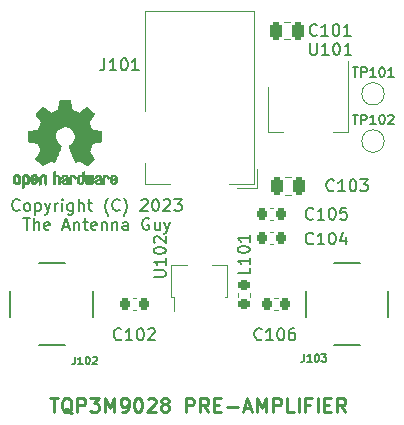
<source format=gto>
%TF.GenerationSoftware,KiCad,Pcbnew,(6.0.6-0)*%
%TF.CreationDate,2023-01-17T17:24:57+00:00*%
%TF.ProjectId,preamplifier-tqp3m9028,70726561-6d70-46c6-9966-6965722d7471,1.0*%
%TF.SameCoordinates,Original*%
%TF.FileFunction,Legend,Top*%
%TF.FilePolarity,Positive*%
%FSLAX46Y46*%
G04 Gerber Fmt 4.6, Leading zero omitted, Abs format (unit mm)*
G04 Created by KiCad (PCBNEW (6.0.6-0)) date 2023-01-17 17:24:57*
%MOMM*%
%LPD*%
G01*
G04 APERTURE LIST*
G04 Aperture macros list*
%AMRoundRect*
0 Rectangle with rounded corners*
0 $1 Rounding radius*
0 $2 $3 $4 $5 $6 $7 $8 $9 X,Y pos of 4 corners*
0 Add a 4 corners polygon primitive as box body*
4,1,4,$2,$3,$4,$5,$6,$7,$8,$9,$2,$3,0*
0 Add four circle primitives for the rounded corners*
1,1,$1+$1,$2,$3*
1,1,$1+$1,$4,$5*
1,1,$1+$1,$6,$7*
1,1,$1+$1,$8,$9*
0 Add four rect primitives between the rounded corners*
20,1,$1+$1,$2,$3,$4,$5,0*
20,1,$1+$1,$4,$5,$6,$7,0*
20,1,$1+$1,$6,$7,$8,$9,0*
20,1,$1+$1,$8,$9,$2,$3,0*%
%AMFreePoly0*
4,1,9,3.862500,-0.866500,0.737500,-0.866500,0.737500,-0.450000,-0.737500,-0.450000,-0.737500,0.450000,0.737500,0.450000,0.737500,0.866500,3.862500,0.866500,3.862500,-0.866500,3.862500,-0.866500,$1*%
G04 Aperture macros list end*
%ADD10C,0.200000*%
%ADD11C,0.250000*%
%ADD12C,0.150000*%
%ADD13C,0.130000*%
%ADD14C,0.120000*%
%ADD15C,0.127000*%
%ADD16C,0.010000*%
%ADD17RoundRect,0.250000X-0.250000X-0.475000X0.250000X-0.475000X0.250000X0.475000X-0.250000X0.475000X0*%
%ADD18C,1.500000*%
%ADD19C,2.200000*%
%ADD20R,0.900000X1.300000*%
%ADD21FreePoly0,90.000000*%
%ADD22RoundRect,0.225000X-0.225000X-0.250000X0.225000X-0.250000X0.225000X0.250000X-0.225000X0.250000X0*%
%ADD23R,1.500000X2.000000*%
%ADD24R,3.800000X2.000000*%
%ADD25C,2.100000*%
%ADD26C,2.250000*%
%ADD27RoundRect,0.218750X-0.256250X0.218750X-0.256250X-0.218750X0.256250X-0.218750X0.256250X0.218750X0*%
%ADD28R,4.400000X1.800000*%
%ADD29O,4.000000X1.800000*%
%ADD30O,1.800000X4.000000*%
G04 APERTURE END LIST*
D10*
X102277380Y-102027142D02*
X102229761Y-102074761D01*
X102086904Y-102122380D01*
X101991666Y-102122380D01*
X101848809Y-102074761D01*
X101753571Y-101979523D01*
X101705952Y-101884285D01*
X101658333Y-101693809D01*
X101658333Y-101550952D01*
X101705952Y-101360476D01*
X101753571Y-101265238D01*
X101848809Y-101170000D01*
X101991666Y-101122380D01*
X102086904Y-101122380D01*
X102229761Y-101170000D01*
X102277380Y-101217619D01*
X102848809Y-102122380D02*
X102753571Y-102074761D01*
X102705952Y-102027142D01*
X102658333Y-101931904D01*
X102658333Y-101646190D01*
X102705952Y-101550952D01*
X102753571Y-101503333D01*
X102848809Y-101455714D01*
X102991666Y-101455714D01*
X103086904Y-101503333D01*
X103134523Y-101550952D01*
X103182142Y-101646190D01*
X103182142Y-101931904D01*
X103134523Y-102027142D01*
X103086904Y-102074761D01*
X102991666Y-102122380D01*
X102848809Y-102122380D01*
X103610714Y-101455714D02*
X103610714Y-102455714D01*
X103610714Y-101503333D02*
X103705952Y-101455714D01*
X103896428Y-101455714D01*
X103991666Y-101503333D01*
X104039285Y-101550952D01*
X104086904Y-101646190D01*
X104086904Y-101931904D01*
X104039285Y-102027142D01*
X103991666Y-102074761D01*
X103896428Y-102122380D01*
X103705952Y-102122380D01*
X103610714Y-102074761D01*
X104420238Y-101455714D02*
X104658333Y-102122380D01*
X104896428Y-101455714D02*
X104658333Y-102122380D01*
X104563095Y-102360476D01*
X104515476Y-102408095D01*
X104420238Y-102455714D01*
X105277380Y-102122380D02*
X105277380Y-101455714D01*
X105277380Y-101646190D02*
X105325000Y-101550952D01*
X105372619Y-101503333D01*
X105467857Y-101455714D01*
X105563095Y-101455714D01*
X105896428Y-102122380D02*
X105896428Y-101455714D01*
X105896428Y-101122380D02*
X105848809Y-101170000D01*
X105896428Y-101217619D01*
X105944047Y-101170000D01*
X105896428Y-101122380D01*
X105896428Y-101217619D01*
X106801190Y-101455714D02*
X106801190Y-102265238D01*
X106753571Y-102360476D01*
X106705952Y-102408095D01*
X106610714Y-102455714D01*
X106467857Y-102455714D01*
X106372619Y-102408095D01*
X106801190Y-102074761D02*
X106705952Y-102122380D01*
X106515476Y-102122380D01*
X106420238Y-102074761D01*
X106372619Y-102027142D01*
X106325000Y-101931904D01*
X106325000Y-101646190D01*
X106372619Y-101550952D01*
X106420238Y-101503333D01*
X106515476Y-101455714D01*
X106705952Y-101455714D01*
X106801190Y-101503333D01*
X107277380Y-102122380D02*
X107277380Y-101122380D01*
X107705952Y-102122380D02*
X107705952Y-101598571D01*
X107658333Y-101503333D01*
X107563095Y-101455714D01*
X107420238Y-101455714D01*
X107325000Y-101503333D01*
X107277380Y-101550952D01*
X108039285Y-101455714D02*
X108420238Y-101455714D01*
X108182142Y-101122380D02*
X108182142Y-101979523D01*
X108229761Y-102074761D01*
X108325000Y-102122380D01*
X108420238Y-102122380D01*
X109801190Y-102503333D02*
X109753571Y-102455714D01*
X109658333Y-102312857D01*
X109610714Y-102217619D01*
X109563095Y-102074761D01*
X109515476Y-101836666D01*
X109515476Y-101646190D01*
X109563095Y-101408095D01*
X109610714Y-101265238D01*
X109658333Y-101170000D01*
X109753571Y-101027142D01*
X109801190Y-100979523D01*
X110753571Y-102027142D02*
X110705952Y-102074761D01*
X110563095Y-102122380D01*
X110467857Y-102122380D01*
X110325000Y-102074761D01*
X110229761Y-101979523D01*
X110182142Y-101884285D01*
X110134523Y-101693809D01*
X110134523Y-101550952D01*
X110182142Y-101360476D01*
X110229761Y-101265238D01*
X110325000Y-101170000D01*
X110467857Y-101122380D01*
X110563095Y-101122380D01*
X110705952Y-101170000D01*
X110753571Y-101217619D01*
X111086904Y-102503333D02*
X111134523Y-102455714D01*
X111229761Y-102312857D01*
X111277380Y-102217619D01*
X111325000Y-102074761D01*
X111372619Y-101836666D01*
X111372619Y-101646190D01*
X111325000Y-101408095D01*
X111277380Y-101265238D01*
X111229761Y-101170000D01*
X111134523Y-101027142D01*
X111086904Y-100979523D01*
X112563095Y-101217619D02*
X112610714Y-101170000D01*
X112705952Y-101122380D01*
X112944047Y-101122380D01*
X113039285Y-101170000D01*
X113086904Y-101217619D01*
X113134523Y-101312857D01*
X113134523Y-101408095D01*
X113086904Y-101550952D01*
X112515476Y-102122380D01*
X113134523Y-102122380D01*
X113753571Y-101122380D02*
X113848809Y-101122380D01*
X113944047Y-101170000D01*
X113991666Y-101217619D01*
X114039285Y-101312857D01*
X114086904Y-101503333D01*
X114086904Y-101741428D01*
X114039285Y-101931904D01*
X113991666Y-102027142D01*
X113944047Y-102074761D01*
X113848809Y-102122380D01*
X113753571Y-102122380D01*
X113658333Y-102074761D01*
X113610714Y-102027142D01*
X113563095Y-101931904D01*
X113515476Y-101741428D01*
X113515476Y-101503333D01*
X113563095Y-101312857D01*
X113610714Y-101217619D01*
X113658333Y-101170000D01*
X113753571Y-101122380D01*
X114467857Y-101217619D02*
X114515476Y-101170000D01*
X114610714Y-101122380D01*
X114848809Y-101122380D01*
X114944047Y-101170000D01*
X114991666Y-101217619D01*
X115039285Y-101312857D01*
X115039285Y-101408095D01*
X114991666Y-101550952D01*
X114420238Y-102122380D01*
X115039285Y-102122380D01*
X115372619Y-101122380D02*
X115991666Y-101122380D01*
X115658333Y-101503333D01*
X115801190Y-101503333D01*
X115896428Y-101550952D01*
X115944047Y-101598571D01*
X115991666Y-101693809D01*
X115991666Y-101931904D01*
X115944047Y-102027142D01*
X115896428Y-102074761D01*
X115801190Y-102122380D01*
X115515476Y-102122380D01*
X115420238Y-102074761D01*
X115372619Y-102027142D01*
X102610714Y-102732380D02*
X103182142Y-102732380D01*
X102896428Y-103732380D02*
X102896428Y-102732380D01*
X103515476Y-103732380D02*
X103515476Y-102732380D01*
X103944047Y-103732380D02*
X103944047Y-103208571D01*
X103896428Y-103113333D01*
X103801190Y-103065714D01*
X103658333Y-103065714D01*
X103563095Y-103113333D01*
X103515476Y-103160952D01*
X104801190Y-103684761D02*
X104705952Y-103732380D01*
X104515476Y-103732380D01*
X104420238Y-103684761D01*
X104372619Y-103589523D01*
X104372619Y-103208571D01*
X104420238Y-103113333D01*
X104515476Y-103065714D01*
X104705952Y-103065714D01*
X104801190Y-103113333D01*
X104848809Y-103208571D01*
X104848809Y-103303809D01*
X104372619Y-103399047D01*
X105991666Y-103446666D02*
X106467857Y-103446666D01*
X105896428Y-103732380D02*
X106229761Y-102732380D01*
X106563095Y-103732380D01*
X106896428Y-103065714D02*
X106896428Y-103732380D01*
X106896428Y-103160952D02*
X106944047Y-103113333D01*
X107039285Y-103065714D01*
X107182142Y-103065714D01*
X107277380Y-103113333D01*
X107325000Y-103208571D01*
X107325000Y-103732380D01*
X107658333Y-103065714D02*
X108039285Y-103065714D01*
X107801190Y-102732380D02*
X107801190Y-103589523D01*
X107848809Y-103684761D01*
X107944047Y-103732380D01*
X108039285Y-103732380D01*
X108753571Y-103684761D02*
X108658333Y-103732380D01*
X108467857Y-103732380D01*
X108372619Y-103684761D01*
X108325000Y-103589523D01*
X108325000Y-103208571D01*
X108372619Y-103113333D01*
X108467857Y-103065714D01*
X108658333Y-103065714D01*
X108753571Y-103113333D01*
X108801190Y-103208571D01*
X108801190Y-103303809D01*
X108325000Y-103399047D01*
X109229761Y-103065714D02*
X109229761Y-103732380D01*
X109229761Y-103160952D02*
X109277380Y-103113333D01*
X109372619Y-103065714D01*
X109515476Y-103065714D01*
X109610714Y-103113333D01*
X109658333Y-103208571D01*
X109658333Y-103732380D01*
X110134523Y-103065714D02*
X110134523Y-103732380D01*
X110134523Y-103160952D02*
X110182142Y-103113333D01*
X110277380Y-103065714D01*
X110420238Y-103065714D01*
X110515476Y-103113333D01*
X110563095Y-103208571D01*
X110563095Y-103732380D01*
X111467857Y-103732380D02*
X111467857Y-103208571D01*
X111420238Y-103113333D01*
X111325000Y-103065714D01*
X111134523Y-103065714D01*
X111039285Y-103113333D01*
X111467857Y-103684761D02*
X111372619Y-103732380D01*
X111134523Y-103732380D01*
X111039285Y-103684761D01*
X110991666Y-103589523D01*
X110991666Y-103494285D01*
X111039285Y-103399047D01*
X111134523Y-103351428D01*
X111372619Y-103351428D01*
X111467857Y-103303809D01*
X113229761Y-102780000D02*
X113134523Y-102732380D01*
X112991666Y-102732380D01*
X112848809Y-102780000D01*
X112753571Y-102875238D01*
X112705952Y-102970476D01*
X112658333Y-103160952D01*
X112658333Y-103303809D01*
X112705952Y-103494285D01*
X112753571Y-103589523D01*
X112848809Y-103684761D01*
X112991666Y-103732380D01*
X113086904Y-103732380D01*
X113229761Y-103684761D01*
X113277380Y-103637142D01*
X113277380Y-103303809D01*
X113086904Y-103303809D01*
X114134523Y-103065714D02*
X114134523Y-103732380D01*
X113705952Y-103065714D02*
X113705952Y-103589523D01*
X113753571Y-103684761D01*
X113848809Y-103732380D01*
X113991666Y-103732380D01*
X114086904Y-103684761D01*
X114134523Y-103637142D01*
X114515476Y-103065714D02*
X114753571Y-103732380D01*
X114991666Y-103065714D02*
X114753571Y-103732380D01*
X114658333Y-103970476D01*
X114610714Y-104018095D01*
X114515476Y-104065714D01*
D11*
X104828571Y-117942857D02*
X105514285Y-117942857D01*
X105171428Y-119142857D02*
X105171428Y-117942857D01*
X106714285Y-119257142D02*
X106600000Y-119200000D01*
X106485714Y-119085714D01*
X106314285Y-118914285D01*
X106200000Y-118857142D01*
X106085714Y-118857142D01*
X106142857Y-119142857D02*
X106028571Y-119085714D01*
X105914285Y-118971428D01*
X105857142Y-118742857D01*
X105857142Y-118342857D01*
X105914285Y-118114285D01*
X106028571Y-118000000D01*
X106142857Y-117942857D01*
X106371428Y-117942857D01*
X106485714Y-118000000D01*
X106600000Y-118114285D01*
X106657142Y-118342857D01*
X106657142Y-118742857D01*
X106600000Y-118971428D01*
X106485714Y-119085714D01*
X106371428Y-119142857D01*
X106142857Y-119142857D01*
X107171428Y-119142857D02*
X107171428Y-117942857D01*
X107628571Y-117942857D01*
X107742857Y-118000000D01*
X107800000Y-118057142D01*
X107857142Y-118171428D01*
X107857142Y-118342857D01*
X107800000Y-118457142D01*
X107742857Y-118514285D01*
X107628571Y-118571428D01*
X107171428Y-118571428D01*
X108257142Y-117942857D02*
X109000000Y-117942857D01*
X108600000Y-118400000D01*
X108771428Y-118400000D01*
X108885714Y-118457142D01*
X108942857Y-118514285D01*
X109000000Y-118628571D01*
X109000000Y-118914285D01*
X108942857Y-119028571D01*
X108885714Y-119085714D01*
X108771428Y-119142857D01*
X108428571Y-119142857D01*
X108314285Y-119085714D01*
X108257142Y-119028571D01*
X109514285Y-119142857D02*
X109514285Y-117942857D01*
X109914285Y-118800000D01*
X110314285Y-117942857D01*
X110314285Y-119142857D01*
X110942857Y-119142857D02*
X111171428Y-119142857D01*
X111285714Y-119085714D01*
X111342857Y-119028571D01*
X111457142Y-118857142D01*
X111514285Y-118628571D01*
X111514285Y-118171428D01*
X111457142Y-118057142D01*
X111400000Y-118000000D01*
X111285714Y-117942857D01*
X111057142Y-117942857D01*
X110942857Y-118000000D01*
X110885714Y-118057142D01*
X110828571Y-118171428D01*
X110828571Y-118457142D01*
X110885714Y-118571428D01*
X110942857Y-118628571D01*
X111057142Y-118685714D01*
X111285714Y-118685714D01*
X111400000Y-118628571D01*
X111457142Y-118571428D01*
X111514285Y-118457142D01*
X112257142Y-117942857D02*
X112371428Y-117942857D01*
X112485714Y-118000000D01*
X112542857Y-118057142D01*
X112600000Y-118171428D01*
X112657142Y-118400000D01*
X112657142Y-118685714D01*
X112600000Y-118914285D01*
X112542857Y-119028571D01*
X112485714Y-119085714D01*
X112371428Y-119142857D01*
X112257142Y-119142857D01*
X112142857Y-119085714D01*
X112085714Y-119028571D01*
X112028571Y-118914285D01*
X111971428Y-118685714D01*
X111971428Y-118400000D01*
X112028571Y-118171428D01*
X112085714Y-118057142D01*
X112142857Y-118000000D01*
X112257142Y-117942857D01*
X113114285Y-118057142D02*
X113171428Y-118000000D01*
X113285714Y-117942857D01*
X113571428Y-117942857D01*
X113685714Y-118000000D01*
X113742857Y-118057142D01*
X113800000Y-118171428D01*
X113800000Y-118285714D01*
X113742857Y-118457142D01*
X113057142Y-119142857D01*
X113800000Y-119142857D01*
X114485714Y-118457142D02*
X114371428Y-118400000D01*
X114314285Y-118342857D01*
X114257142Y-118228571D01*
X114257142Y-118171428D01*
X114314285Y-118057142D01*
X114371428Y-118000000D01*
X114485714Y-117942857D01*
X114714285Y-117942857D01*
X114828571Y-118000000D01*
X114885714Y-118057142D01*
X114942857Y-118171428D01*
X114942857Y-118228571D01*
X114885714Y-118342857D01*
X114828571Y-118400000D01*
X114714285Y-118457142D01*
X114485714Y-118457142D01*
X114371428Y-118514285D01*
X114314285Y-118571428D01*
X114257142Y-118685714D01*
X114257142Y-118914285D01*
X114314285Y-119028571D01*
X114371428Y-119085714D01*
X114485714Y-119142857D01*
X114714285Y-119142857D01*
X114828571Y-119085714D01*
X114885714Y-119028571D01*
X114942857Y-118914285D01*
X114942857Y-118685714D01*
X114885714Y-118571428D01*
X114828571Y-118514285D01*
X114714285Y-118457142D01*
X116371428Y-119142857D02*
X116371428Y-117942857D01*
X116828571Y-117942857D01*
X116942857Y-118000000D01*
X117000000Y-118057142D01*
X117057142Y-118171428D01*
X117057142Y-118342857D01*
X117000000Y-118457142D01*
X116942857Y-118514285D01*
X116828571Y-118571428D01*
X116371428Y-118571428D01*
X118257142Y-119142857D02*
X117857142Y-118571428D01*
X117571428Y-119142857D02*
X117571428Y-117942857D01*
X118028571Y-117942857D01*
X118142857Y-118000000D01*
X118200000Y-118057142D01*
X118257142Y-118171428D01*
X118257142Y-118342857D01*
X118200000Y-118457142D01*
X118142857Y-118514285D01*
X118028571Y-118571428D01*
X117571428Y-118571428D01*
X118771428Y-118514285D02*
X119171428Y-118514285D01*
X119342857Y-119142857D02*
X118771428Y-119142857D01*
X118771428Y-117942857D01*
X119342857Y-117942857D01*
X119857142Y-118685714D02*
X120771428Y-118685714D01*
X121285714Y-118800000D02*
X121857142Y-118800000D01*
X121171428Y-119142857D02*
X121571428Y-117942857D01*
X121971428Y-119142857D01*
X122371428Y-119142857D02*
X122371428Y-117942857D01*
X122771428Y-118800000D01*
X123171428Y-117942857D01*
X123171428Y-119142857D01*
X123742857Y-119142857D02*
X123742857Y-117942857D01*
X124200000Y-117942857D01*
X124314285Y-118000000D01*
X124371428Y-118057142D01*
X124428571Y-118171428D01*
X124428571Y-118342857D01*
X124371428Y-118457142D01*
X124314285Y-118514285D01*
X124200000Y-118571428D01*
X123742857Y-118571428D01*
X125514285Y-119142857D02*
X124942857Y-119142857D01*
X124942857Y-117942857D01*
X125914285Y-119142857D02*
X125914285Y-117942857D01*
X126885714Y-118514285D02*
X126485714Y-118514285D01*
X126485714Y-119142857D02*
X126485714Y-117942857D01*
X127057142Y-117942857D01*
X127514285Y-119142857D02*
X127514285Y-117942857D01*
X128085714Y-118514285D02*
X128485714Y-118514285D01*
X128657142Y-119142857D02*
X128085714Y-119142857D01*
X128085714Y-117942857D01*
X128657142Y-117942857D01*
X129857142Y-119142857D02*
X129457142Y-118571428D01*
X129171428Y-119142857D02*
X129171428Y-117942857D01*
X129628571Y-117942857D01*
X129742857Y-118000000D01*
X129800000Y-118057142D01*
X129857142Y-118171428D01*
X129857142Y-118342857D01*
X129800000Y-118457142D01*
X129742857Y-118514285D01*
X129628571Y-118571428D01*
X129171428Y-118571428D01*
D12*
X128880952Y-100357142D02*
X128833333Y-100404761D01*
X128690476Y-100452380D01*
X128595238Y-100452380D01*
X128452380Y-100404761D01*
X128357142Y-100309523D01*
X128309523Y-100214285D01*
X128261904Y-100023809D01*
X128261904Y-99880952D01*
X128309523Y-99690476D01*
X128357142Y-99595238D01*
X128452380Y-99500000D01*
X128595238Y-99452380D01*
X128690476Y-99452380D01*
X128833333Y-99500000D01*
X128880952Y-99547619D01*
X129833333Y-100452380D02*
X129261904Y-100452380D01*
X129547619Y-100452380D02*
X129547619Y-99452380D01*
X129452380Y-99595238D01*
X129357142Y-99690476D01*
X129261904Y-99738095D01*
X130452380Y-99452380D02*
X130547619Y-99452380D01*
X130642857Y-99500000D01*
X130690476Y-99547619D01*
X130738095Y-99642857D01*
X130785714Y-99833333D01*
X130785714Y-100071428D01*
X130738095Y-100261904D01*
X130690476Y-100357142D01*
X130642857Y-100404761D01*
X130547619Y-100452380D01*
X130452380Y-100452380D01*
X130357142Y-100404761D01*
X130309523Y-100357142D01*
X130261904Y-100261904D01*
X130214285Y-100071428D01*
X130214285Y-99833333D01*
X130261904Y-99642857D01*
X130309523Y-99547619D01*
X130357142Y-99500000D01*
X130452380Y-99452380D01*
X131119047Y-99452380D02*
X131738095Y-99452380D01*
X131404761Y-99833333D01*
X131547619Y-99833333D01*
X131642857Y-99880952D01*
X131690476Y-99928571D01*
X131738095Y-100023809D01*
X131738095Y-100261904D01*
X131690476Y-100357142D01*
X131642857Y-100404761D01*
X131547619Y-100452380D01*
X131261904Y-100452380D01*
X131166666Y-100404761D01*
X131119047Y-100357142D01*
D13*
X130478571Y-89961904D02*
X130935714Y-89961904D01*
X130707142Y-90761904D02*
X130707142Y-89961904D01*
X131202380Y-90761904D02*
X131202380Y-89961904D01*
X131507142Y-89961904D01*
X131583333Y-90000000D01*
X131621428Y-90038095D01*
X131659523Y-90114285D01*
X131659523Y-90228571D01*
X131621428Y-90304761D01*
X131583333Y-90342857D01*
X131507142Y-90380952D01*
X131202380Y-90380952D01*
X132421428Y-90761904D02*
X131964285Y-90761904D01*
X132192857Y-90761904D02*
X132192857Y-89961904D01*
X132116666Y-90076190D01*
X132040476Y-90152380D01*
X131964285Y-90190476D01*
X132916666Y-89961904D02*
X132992857Y-89961904D01*
X133069047Y-90000000D01*
X133107142Y-90038095D01*
X133145238Y-90114285D01*
X133183333Y-90266666D01*
X133183333Y-90457142D01*
X133145238Y-90609523D01*
X133107142Y-90685714D01*
X133069047Y-90723809D01*
X132992857Y-90761904D01*
X132916666Y-90761904D01*
X132840476Y-90723809D01*
X132802380Y-90685714D01*
X132764285Y-90609523D01*
X132726190Y-90457142D01*
X132726190Y-90266666D01*
X132764285Y-90114285D01*
X132802380Y-90038095D01*
X132840476Y-90000000D01*
X132916666Y-89961904D01*
X133945238Y-90761904D02*
X133488095Y-90761904D01*
X133716666Y-90761904D02*
X133716666Y-89961904D01*
X133640476Y-90076190D01*
X133564285Y-90152380D01*
X133488095Y-90190476D01*
D12*
X113652380Y-107714285D02*
X114461904Y-107714285D01*
X114557142Y-107666666D01*
X114604761Y-107619047D01*
X114652380Y-107523809D01*
X114652380Y-107333333D01*
X114604761Y-107238095D01*
X114557142Y-107190476D01*
X114461904Y-107142857D01*
X113652380Y-107142857D01*
X114652380Y-106142857D02*
X114652380Y-106714285D01*
X114652380Y-106428571D02*
X113652380Y-106428571D01*
X113795238Y-106523809D01*
X113890476Y-106619047D01*
X113938095Y-106714285D01*
X113652380Y-105523809D02*
X113652380Y-105428571D01*
X113700000Y-105333333D01*
X113747619Y-105285714D01*
X113842857Y-105238095D01*
X114033333Y-105190476D01*
X114271428Y-105190476D01*
X114461904Y-105238095D01*
X114557142Y-105285714D01*
X114604761Y-105333333D01*
X114652380Y-105428571D01*
X114652380Y-105523809D01*
X114604761Y-105619047D01*
X114557142Y-105666666D01*
X114461904Y-105714285D01*
X114271428Y-105761904D01*
X114033333Y-105761904D01*
X113842857Y-105714285D01*
X113747619Y-105666666D01*
X113700000Y-105619047D01*
X113652380Y-105523809D01*
X113747619Y-104809523D02*
X113700000Y-104761904D01*
X113652380Y-104666666D01*
X113652380Y-104428571D01*
X113700000Y-104333333D01*
X113747619Y-104285714D01*
X113842857Y-104238095D01*
X113938095Y-104238095D01*
X114080952Y-104285714D01*
X114652380Y-104857142D01*
X114652380Y-104238095D01*
X127130952Y-104857142D02*
X127083333Y-104904761D01*
X126940476Y-104952380D01*
X126845238Y-104952380D01*
X126702380Y-104904761D01*
X126607142Y-104809523D01*
X126559523Y-104714285D01*
X126511904Y-104523809D01*
X126511904Y-104380952D01*
X126559523Y-104190476D01*
X126607142Y-104095238D01*
X126702380Y-104000000D01*
X126845238Y-103952380D01*
X126940476Y-103952380D01*
X127083333Y-104000000D01*
X127130952Y-104047619D01*
X128083333Y-104952380D02*
X127511904Y-104952380D01*
X127797619Y-104952380D02*
X127797619Y-103952380D01*
X127702380Y-104095238D01*
X127607142Y-104190476D01*
X127511904Y-104238095D01*
X128702380Y-103952380D02*
X128797619Y-103952380D01*
X128892857Y-104000000D01*
X128940476Y-104047619D01*
X128988095Y-104142857D01*
X129035714Y-104333333D01*
X129035714Y-104571428D01*
X128988095Y-104761904D01*
X128940476Y-104857142D01*
X128892857Y-104904761D01*
X128797619Y-104952380D01*
X128702380Y-104952380D01*
X128607142Y-104904761D01*
X128559523Y-104857142D01*
X128511904Y-104761904D01*
X128464285Y-104571428D01*
X128464285Y-104333333D01*
X128511904Y-104142857D01*
X128559523Y-104047619D01*
X128607142Y-104000000D01*
X128702380Y-103952380D01*
X129892857Y-104285714D02*
X129892857Y-104952380D01*
X129654761Y-103904761D02*
X129416666Y-104619047D01*
X130035714Y-104619047D01*
X126885714Y-87902380D02*
X126885714Y-88711904D01*
X126933333Y-88807142D01*
X126980952Y-88854761D01*
X127076190Y-88902380D01*
X127266666Y-88902380D01*
X127361904Y-88854761D01*
X127409523Y-88807142D01*
X127457142Y-88711904D01*
X127457142Y-87902380D01*
X128457142Y-88902380D02*
X127885714Y-88902380D01*
X128171428Y-88902380D02*
X128171428Y-87902380D01*
X128076190Y-88045238D01*
X127980952Y-88140476D01*
X127885714Y-88188095D01*
X129076190Y-87902380D02*
X129171428Y-87902380D01*
X129266666Y-87950000D01*
X129314285Y-87997619D01*
X129361904Y-88092857D01*
X129409523Y-88283333D01*
X129409523Y-88521428D01*
X129361904Y-88711904D01*
X129314285Y-88807142D01*
X129266666Y-88854761D01*
X129171428Y-88902380D01*
X129076190Y-88902380D01*
X128980952Y-88854761D01*
X128933333Y-88807142D01*
X128885714Y-88711904D01*
X128838095Y-88521428D01*
X128838095Y-88283333D01*
X128885714Y-88092857D01*
X128933333Y-87997619D01*
X128980952Y-87950000D01*
X129076190Y-87902380D01*
X130361904Y-88902380D02*
X129790476Y-88902380D01*
X130076190Y-88902380D02*
X130076190Y-87902380D01*
X129980952Y-88045238D01*
X129885714Y-88140476D01*
X129790476Y-88188095D01*
X106977142Y-114449523D02*
X106977142Y-114906666D01*
X106946666Y-114998095D01*
X106885714Y-115059047D01*
X106794285Y-115089523D01*
X106733333Y-115089523D01*
X107617142Y-115089523D02*
X107251428Y-115089523D01*
X107434285Y-115089523D02*
X107434285Y-114449523D01*
X107373333Y-114540952D01*
X107312380Y-114601904D01*
X107251428Y-114632380D01*
X108013333Y-114449523D02*
X108074285Y-114449523D01*
X108135238Y-114480000D01*
X108165714Y-114510476D01*
X108196190Y-114571428D01*
X108226666Y-114693333D01*
X108226666Y-114845714D01*
X108196190Y-114967619D01*
X108165714Y-115028571D01*
X108135238Y-115059047D01*
X108074285Y-115089523D01*
X108013333Y-115089523D01*
X107952380Y-115059047D01*
X107921904Y-115028571D01*
X107891428Y-114967619D01*
X107860952Y-114845714D01*
X107860952Y-114693333D01*
X107891428Y-114571428D01*
X107921904Y-114510476D01*
X107952380Y-114480000D01*
X108013333Y-114449523D01*
X108470476Y-114510476D02*
X108500952Y-114480000D01*
X108561904Y-114449523D01*
X108714285Y-114449523D01*
X108775238Y-114480000D01*
X108805714Y-114510476D01*
X108836190Y-114571428D01*
X108836190Y-114632380D01*
X108805714Y-114723809D01*
X108440000Y-115089523D01*
X108836190Y-115089523D01*
X122780952Y-112957142D02*
X122733333Y-113004761D01*
X122590476Y-113052380D01*
X122495238Y-113052380D01*
X122352380Y-113004761D01*
X122257142Y-112909523D01*
X122209523Y-112814285D01*
X122161904Y-112623809D01*
X122161904Y-112480952D01*
X122209523Y-112290476D01*
X122257142Y-112195238D01*
X122352380Y-112100000D01*
X122495238Y-112052380D01*
X122590476Y-112052380D01*
X122733333Y-112100000D01*
X122780952Y-112147619D01*
X123733333Y-113052380D02*
X123161904Y-113052380D01*
X123447619Y-113052380D02*
X123447619Y-112052380D01*
X123352380Y-112195238D01*
X123257142Y-112290476D01*
X123161904Y-112338095D01*
X124352380Y-112052380D02*
X124447619Y-112052380D01*
X124542857Y-112100000D01*
X124590476Y-112147619D01*
X124638095Y-112242857D01*
X124685714Y-112433333D01*
X124685714Y-112671428D01*
X124638095Y-112861904D01*
X124590476Y-112957142D01*
X124542857Y-113004761D01*
X124447619Y-113052380D01*
X124352380Y-113052380D01*
X124257142Y-113004761D01*
X124209523Y-112957142D01*
X124161904Y-112861904D01*
X124114285Y-112671428D01*
X124114285Y-112433333D01*
X124161904Y-112242857D01*
X124209523Y-112147619D01*
X124257142Y-112100000D01*
X124352380Y-112052380D01*
X125542857Y-112052380D02*
X125352380Y-112052380D01*
X125257142Y-112100000D01*
X125209523Y-112147619D01*
X125114285Y-112290476D01*
X125066666Y-112480952D01*
X125066666Y-112861904D01*
X125114285Y-112957142D01*
X125161904Y-113004761D01*
X125257142Y-113052380D01*
X125447619Y-113052380D01*
X125542857Y-113004761D01*
X125590476Y-112957142D01*
X125638095Y-112861904D01*
X125638095Y-112623809D01*
X125590476Y-112528571D01*
X125542857Y-112480952D01*
X125447619Y-112433333D01*
X125257142Y-112433333D01*
X125161904Y-112480952D01*
X125114285Y-112528571D01*
X125066666Y-112623809D01*
D13*
X130478571Y-93961904D02*
X130935714Y-93961904D01*
X130707142Y-94761904D02*
X130707142Y-93961904D01*
X131202380Y-94761904D02*
X131202380Y-93961904D01*
X131507142Y-93961904D01*
X131583333Y-94000000D01*
X131621428Y-94038095D01*
X131659523Y-94114285D01*
X131659523Y-94228571D01*
X131621428Y-94304761D01*
X131583333Y-94342857D01*
X131507142Y-94380952D01*
X131202380Y-94380952D01*
X132421428Y-94761904D02*
X131964285Y-94761904D01*
X132192857Y-94761904D02*
X132192857Y-93961904D01*
X132116666Y-94076190D01*
X132040476Y-94152380D01*
X131964285Y-94190476D01*
X132916666Y-93961904D02*
X132992857Y-93961904D01*
X133069047Y-94000000D01*
X133107142Y-94038095D01*
X133145238Y-94114285D01*
X133183333Y-94266666D01*
X133183333Y-94457142D01*
X133145238Y-94609523D01*
X133107142Y-94685714D01*
X133069047Y-94723809D01*
X132992857Y-94761904D01*
X132916666Y-94761904D01*
X132840476Y-94723809D01*
X132802380Y-94685714D01*
X132764285Y-94609523D01*
X132726190Y-94457142D01*
X132726190Y-94266666D01*
X132764285Y-94114285D01*
X132802380Y-94038095D01*
X132840476Y-94000000D01*
X132916666Y-93961904D01*
X133488095Y-94038095D02*
X133526190Y-94000000D01*
X133602380Y-93961904D01*
X133792857Y-93961904D01*
X133869047Y-94000000D01*
X133907142Y-94038095D01*
X133945238Y-94114285D01*
X133945238Y-94190476D01*
X133907142Y-94304761D01*
X133450000Y-94761904D01*
X133945238Y-94761904D01*
D12*
X127448152Y-87199742D02*
X127400533Y-87247361D01*
X127257676Y-87294980D01*
X127162438Y-87294980D01*
X127019580Y-87247361D01*
X126924342Y-87152123D01*
X126876723Y-87056885D01*
X126829104Y-86866409D01*
X126829104Y-86723552D01*
X126876723Y-86533076D01*
X126924342Y-86437838D01*
X127019580Y-86342600D01*
X127162438Y-86294980D01*
X127257676Y-86294980D01*
X127400533Y-86342600D01*
X127448152Y-86390219D01*
X128400533Y-87294980D02*
X127829104Y-87294980D01*
X128114819Y-87294980D02*
X128114819Y-86294980D01*
X128019580Y-86437838D01*
X127924342Y-86533076D01*
X127829104Y-86580695D01*
X129019580Y-86294980D02*
X129114819Y-86294980D01*
X129210057Y-86342600D01*
X129257676Y-86390219D01*
X129305295Y-86485457D01*
X129352914Y-86675933D01*
X129352914Y-86914028D01*
X129305295Y-87104504D01*
X129257676Y-87199742D01*
X129210057Y-87247361D01*
X129114819Y-87294980D01*
X129019580Y-87294980D01*
X128924342Y-87247361D01*
X128876723Y-87199742D01*
X128829104Y-87104504D01*
X128781485Y-86914028D01*
X128781485Y-86675933D01*
X128829104Y-86485457D01*
X128876723Y-86390219D01*
X128924342Y-86342600D01*
X129019580Y-86294980D01*
X130305295Y-87294980D02*
X129733866Y-87294980D01*
X130019580Y-87294980D02*
X130019580Y-86294980D01*
X129924342Y-86437838D01*
X129829104Y-86533076D01*
X129733866Y-86580695D01*
X110880952Y-112957142D02*
X110833333Y-113004761D01*
X110690476Y-113052380D01*
X110595238Y-113052380D01*
X110452380Y-113004761D01*
X110357142Y-112909523D01*
X110309523Y-112814285D01*
X110261904Y-112623809D01*
X110261904Y-112480952D01*
X110309523Y-112290476D01*
X110357142Y-112195238D01*
X110452380Y-112100000D01*
X110595238Y-112052380D01*
X110690476Y-112052380D01*
X110833333Y-112100000D01*
X110880952Y-112147619D01*
X111833333Y-113052380D02*
X111261904Y-113052380D01*
X111547619Y-113052380D02*
X111547619Y-112052380D01*
X111452380Y-112195238D01*
X111357142Y-112290476D01*
X111261904Y-112338095D01*
X112452380Y-112052380D02*
X112547619Y-112052380D01*
X112642857Y-112100000D01*
X112690476Y-112147619D01*
X112738095Y-112242857D01*
X112785714Y-112433333D01*
X112785714Y-112671428D01*
X112738095Y-112861904D01*
X112690476Y-112957142D01*
X112642857Y-113004761D01*
X112547619Y-113052380D01*
X112452380Y-113052380D01*
X112357142Y-113004761D01*
X112309523Y-112957142D01*
X112261904Y-112861904D01*
X112214285Y-112671428D01*
X112214285Y-112433333D01*
X112261904Y-112242857D01*
X112309523Y-112147619D01*
X112357142Y-112100000D01*
X112452380Y-112052380D01*
X113166666Y-112147619D02*
X113214285Y-112100000D01*
X113309523Y-112052380D01*
X113547619Y-112052380D01*
X113642857Y-112100000D01*
X113690476Y-112147619D01*
X113738095Y-112242857D01*
X113738095Y-112338095D01*
X113690476Y-112480952D01*
X113119047Y-113052380D01*
X113738095Y-113052380D01*
X127130952Y-102757142D02*
X127083333Y-102804761D01*
X126940476Y-102852380D01*
X126845238Y-102852380D01*
X126702380Y-102804761D01*
X126607142Y-102709523D01*
X126559523Y-102614285D01*
X126511904Y-102423809D01*
X126511904Y-102280952D01*
X126559523Y-102090476D01*
X126607142Y-101995238D01*
X126702380Y-101900000D01*
X126845238Y-101852380D01*
X126940476Y-101852380D01*
X127083333Y-101900000D01*
X127130952Y-101947619D01*
X128083333Y-102852380D02*
X127511904Y-102852380D01*
X127797619Y-102852380D02*
X127797619Y-101852380D01*
X127702380Y-101995238D01*
X127607142Y-102090476D01*
X127511904Y-102138095D01*
X128702380Y-101852380D02*
X128797619Y-101852380D01*
X128892857Y-101900000D01*
X128940476Y-101947619D01*
X128988095Y-102042857D01*
X129035714Y-102233333D01*
X129035714Y-102471428D01*
X128988095Y-102661904D01*
X128940476Y-102757142D01*
X128892857Y-102804761D01*
X128797619Y-102852380D01*
X128702380Y-102852380D01*
X128607142Y-102804761D01*
X128559523Y-102757142D01*
X128511904Y-102661904D01*
X128464285Y-102471428D01*
X128464285Y-102233333D01*
X128511904Y-102042857D01*
X128559523Y-101947619D01*
X128607142Y-101900000D01*
X128702380Y-101852380D01*
X129940476Y-101852380D02*
X129464285Y-101852380D01*
X129416666Y-102328571D01*
X129464285Y-102280952D01*
X129559523Y-102233333D01*
X129797619Y-102233333D01*
X129892857Y-102280952D01*
X129940476Y-102328571D01*
X129988095Y-102423809D01*
X129988095Y-102661904D01*
X129940476Y-102757142D01*
X129892857Y-102804761D01*
X129797619Y-102852380D01*
X129559523Y-102852380D01*
X129464285Y-102804761D01*
X129416666Y-102757142D01*
X121752380Y-106919047D02*
X121752380Y-107395238D01*
X120752380Y-107395238D01*
X121752380Y-106061904D02*
X121752380Y-106633333D01*
X121752380Y-106347619D02*
X120752380Y-106347619D01*
X120895238Y-106442857D01*
X120990476Y-106538095D01*
X121038095Y-106633333D01*
X120752380Y-105442857D02*
X120752380Y-105347619D01*
X120800000Y-105252380D01*
X120847619Y-105204761D01*
X120942857Y-105157142D01*
X121133333Y-105109523D01*
X121371428Y-105109523D01*
X121561904Y-105157142D01*
X121657142Y-105204761D01*
X121704761Y-105252380D01*
X121752380Y-105347619D01*
X121752380Y-105442857D01*
X121704761Y-105538095D01*
X121657142Y-105585714D01*
X121561904Y-105633333D01*
X121371428Y-105680952D01*
X121133333Y-105680952D01*
X120942857Y-105633333D01*
X120847619Y-105585714D01*
X120800000Y-105538095D01*
X120752380Y-105442857D01*
X121752380Y-104157142D02*
X121752380Y-104728571D01*
X121752380Y-104442857D02*
X120752380Y-104442857D01*
X120895238Y-104538095D01*
X120990476Y-104633333D01*
X121038095Y-104728571D01*
X126377142Y-114249523D02*
X126377142Y-114706666D01*
X126346666Y-114798095D01*
X126285714Y-114859047D01*
X126194285Y-114889523D01*
X126133333Y-114889523D01*
X127017142Y-114889523D02*
X126651428Y-114889523D01*
X126834285Y-114889523D02*
X126834285Y-114249523D01*
X126773333Y-114340952D01*
X126712380Y-114401904D01*
X126651428Y-114432380D01*
X127413333Y-114249523D02*
X127474285Y-114249523D01*
X127535238Y-114280000D01*
X127565714Y-114310476D01*
X127596190Y-114371428D01*
X127626666Y-114493333D01*
X127626666Y-114645714D01*
X127596190Y-114767619D01*
X127565714Y-114828571D01*
X127535238Y-114859047D01*
X127474285Y-114889523D01*
X127413333Y-114889523D01*
X127352380Y-114859047D01*
X127321904Y-114828571D01*
X127291428Y-114767619D01*
X127260952Y-114645714D01*
X127260952Y-114493333D01*
X127291428Y-114371428D01*
X127321904Y-114310476D01*
X127352380Y-114280000D01*
X127413333Y-114249523D01*
X127840000Y-114249523D02*
X128236190Y-114249523D01*
X128022857Y-114493333D01*
X128114285Y-114493333D01*
X128175238Y-114523809D01*
X128205714Y-114554285D01*
X128236190Y-114615238D01*
X128236190Y-114767619D01*
X128205714Y-114828571D01*
X128175238Y-114859047D01*
X128114285Y-114889523D01*
X127931428Y-114889523D01*
X127870476Y-114859047D01*
X127840000Y-114828571D01*
X109464285Y-89202380D02*
X109464285Y-89916666D01*
X109416666Y-90059523D01*
X109321428Y-90154761D01*
X109178571Y-90202380D01*
X109083333Y-90202380D01*
X110464285Y-90202380D02*
X109892857Y-90202380D01*
X110178571Y-90202380D02*
X110178571Y-89202380D01*
X110083333Y-89345238D01*
X109988095Y-89440476D01*
X109892857Y-89488095D01*
X111083333Y-89202380D02*
X111178571Y-89202380D01*
X111273809Y-89250000D01*
X111321428Y-89297619D01*
X111369047Y-89392857D01*
X111416666Y-89583333D01*
X111416666Y-89821428D01*
X111369047Y-90011904D01*
X111321428Y-90107142D01*
X111273809Y-90154761D01*
X111178571Y-90202380D01*
X111083333Y-90202380D01*
X110988095Y-90154761D01*
X110940476Y-90107142D01*
X110892857Y-90011904D01*
X110845238Y-89821428D01*
X110845238Y-89583333D01*
X110892857Y-89392857D01*
X110940476Y-89297619D01*
X110988095Y-89250000D01*
X111083333Y-89202380D01*
X112369047Y-90202380D02*
X111797619Y-90202380D01*
X112083333Y-90202380D02*
X112083333Y-89202380D01*
X111988095Y-89345238D01*
X111892857Y-89440476D01*
X111797619Y-89488095D01*
D14*
X124738748Y-100735000D02*
X125261252Y-100735000D01*
X124738748Y-99265000D02*
X125261252Y-99265000D01*
X133150000Y-92200000D02*
G75*
G03*
X133150000Y-92200000I-950000J0D01*
G01*
X115140000Y-109410000D02*
X115140000Y-106690000D01*
X115140000Y-106690000D02*
X116450000Y-106690000D01*
X119860000Y-106690000D02*
X119860000Y-109410000D01*
X119860000Y-109410000D02*
X119630000Y-109410000D01*
X115370000Y-110550000D02*
X115370000Y-109410000D01*
X115140000Y-109410000D02*
X115370000Y-109410000D01*
X118550000Y-106690000D02*
X119860000Y-106690000D01*
X123459420Y-103890000D02*
X123740580Y-103890000D01*
X123459420Y-104910000D02*
X123740580Y-104910000D01*
X123285200Y-91650000D02*
X123285200Y-95410000D01*
X130105200Y-89400000D02*
X130105200Y-95410000D01*
X130105200Y-95410000D02*
X128845200Y-95410000D01*
X123285200Y-95410000D02*
X124545200Y-95410000D01*
D15*
X108500000Y-108900000D02*
X108500000Y-111100000D01*
X101500000Y-108900000D02*
X101500000Y-111100000D01*
X106100000Y-106500000D02*
X103900000Y-106500000D01*
X106100000Y-113500000D02*
X103900000Y-113500000D01*
D14*
X123859420Y-109490000D02*
X124140580Y-109490000D01*
X123859420Y-110510000D02*
X124140580Y-110510000D01*
X133150000Y-96200000D02*
G75*
G03*
X133150000Y-96200000I-950000J0D01*
G01*
X124655948Y-86107600D02*
X125178452Y-86107600D01*
X124655948Y-87577600D02*
X125178452Y-87577600D01*
X111859420Y-110510000D02*
X112140580Y-110510000D01*
X111859420Y-109490000D02*
X112140580Y-109490000D01*
G36*
X109961032Y-99245710D02*
G01*
X109979460Y-99180167D01*
X110009360Y-99131912D01*
X110053080Y-99093767D01*
X110072141Y-99081440D01*
X110158726Y-99049336D01*
X110253522Y-99047316D01*
X110345224Y-99072838D01*
X110422528Y-99123361D01*
X110459814Y-99168590D01*
X110489353Y-99250663D01*
X110491699Y-99315607D01*
X110486385Y-99402445D01*
X110286115Y-99490103D01*
X110188739Y-99534887D01*
X110125113Y-99570913D01*
X110092029Y-99602117D01*
X110086280Y-99632436D01*
X110104658Y-99665805D01*
X110124923Y-99687923D01*
X110183889Y-99723393D01*
X110248024Y-99725879D01*
X110306926Y-99698235D01*
X110350197Y-99643320D01*
X110357936Y-99623928D01*
X110395006Y-99563364D01*
X110437654Y-99537552D01*
X110496154Y-99515471D01*
X110496154Y-99599184D01*
X110490982Y-99656150D01*
X110470723Y-99704189D01*
X110428262Y-99759346D01*
X110421951Y-99766514D01*
X110374720Y-99815585D01*
X110334121Y-99841920D01*
X110283328Y-99854035D01*
X110241220Y-99858003D01*
X110165902Y-99858991D01*
X110112286Y-99846466D01*
X110078838Y-99827869D01*
X110026268Y-99786975D01*
X109989879Y-99742748D01*
X109966850Y-99687126D01*
X109954359Y-99612047D01*
X109949587Y-99509449D01*
X109949206Y-99457376D01*
X109950501Y-99394948D01*
X110068471Y-99394948D01*
X110069839Y-99428438D01*
X110073249Y-99433923D01*
X110095753Y-99426472D01*
X110144182Y-99406753D01*
X110208908Y-99378718D01*
X110222443Y-99372692D01*
X110304244Y-99331096D01*
X110349312Y-99294538D01*
X110359217Y-99260296D01*
X110335526Y-99225648D01*
X110315960Y-99210339D01*
X110245360Y-99179721D01*
X110179280Y-99184780D01*
X110123959Y-99222151D01*
X110085636Y-99288473D01*
X110073349Y-99341116D01*
X110068471Y-99394948D01*
X109950501Y-99394948D01*
X109951730Y-99335720D01*
X109961032Y-99245710D01*
G37*
D16*
X109961032Y-99245710D02*
X109979460Y-99180167D01*
X110009360Y-99131912D01*
X110053080Y-99093767D01*
X110072141Y-99081440D01*
X110158726Y-99049336D01*
X110253522Y-99047316D01*
X110345224Y-99072838D01*
X110422528Y-99123361D01*
X110459814Y-99168590D01*
X110489353Y-99250663D01*
X110491699Y-99315607D01*
X110486385Y-99402445D01*
X110286115Y-99490103D01*
X110188739Y-99534887D01*
X110125113Y-99570913D01*
X110092029Y-99602117D01*
X110086280Y-99632436D01*
X110104658Y-99665805D01*
X110124923Y-99687923D01*
X110183889Y-99723393D01*
X110248024Y-99725879D01*
X110306926Y-99698235D01*
X110350197Y-99643320D01*
X110357936Y-99623928D01*
X110395006Y-99563364D01*
X110437654Y-99537552D01*
X110496154Y-99515471D01*
X110496154Y-99599184D01*
X110490982Y-99656150D01*
X110470723Y-99704189D01*
X110428262Y-99759346D01*
X110421951Y-99766514D01*
X110374720Y-99815585D01*
X110334121Y-99841920D01*
X110283328Y-99854035D01*
X110241220Y-99858003D01*
X110165902Y-99858991D01*
X110112286Y-99846466D01*
X110078838Y-99827869D01*
X110026268Y-99786975D01*
X109989879Y-99742748D01*
X109966850Y-99687126D01*
X109954359Y-99612047D01*
X109949587Y-99509449D01*
X109949206Y-99457376D01*
X109950501Y-99394948D01*
X110068471Y-99394948D01*
X110069839Y-99428438D01*
X110073249Y-99433923D01*
X110095753Y-99426472D01*
X110144182Y-99406753D01*
X110208908Y-99378718D01*
X110222443Y-99372692D01*
X110304244Y-99331096D01*
X110349312Y-99294538D01*
X110359217Y-99260296D01*
X110335526Y-99225648D01*
X110315960Y-99210339D01*
X110245360Y-99179721D01*
X110179280Y-99184780D01*
X110123959Y-99222151D01*
X110085636Y-99288473D01*
X110073349Y-99341116D01*
X110068471Y-99394948D01*
X109950501Y-99394948D01*
X109951730Y-99335720D01*
X109961032Y-99245710D01*
G36*
X103234778Y-99166055D02*
G01*
X103280421Y-99100215D01*
X103362802Y-99033681D01*
X103453546Y-99000676D01*
X103546185Y-98998573D01*
X103634254Y-99024745D01*
X103711286Y-99076567D01*
X103770816Y-99151412D01*
X103806378Y-99246654D01*
X103813571Y-99316756D01*
X103812754Y-99346009D01*
X103805914Y-99368407D01*
X103787112Y-99388474D01*
X103750408Y-99410733D01*
X103689862Y-99439709D01*
X103599534Y-99479927D01*
X103599077Y-99480129D01*
X103515933Y-99518210D01*
X103447753Y-99552025D01*
X103401505Y-99577933D01*
X103384158Y-99592295D01*
X103384154Y-99592411D01*
X103399443Y-99623685D01*
X103435196Y-99658157D01*
X103476242Y-99682990D01*
X103497037Y-99687923D01*
X103553770Y-99670862D01*
X103602627Y-99628133D01*
X103626465Y-99581155D01*
X103649397Y-99546522D01*
X103694318Y-99507081D01*
X103747123Y-99473009D01*
X103793710Y-99454480D01*
X103803452Y-99453462D01*
X103814418Y-99470215D01*
X103815079Y-99513039D01*
X103807020Y-99570781D01*
X103791827Y-99632289D01*
X103771086Y-99686409D01*
X103770038Y-99688510D01*
X103707621Y-99775660D01*
X103626726Y-99834939D01*
X103534856Y-99864034D01*
X103439513Y-99860634D01*
X103348198Y-99822428D01*
X103344138Y-99819741D01*
X103272306Y-99754642D01*
X103225073Y-99669705D01*
X103198934Y-99558021D01*
X103195426Y-99526643D01*
X103189213Y-99378536D01*
X103196661Y-99309468D01*
X103384154Y-99309468D01*
X103386590Y-99352552D01*
X103399914Y-99365126D01*
X103433132Y-99355719D01*
X103485494Y-99333483D01*
X103544024Y-99305610D01*
X103545479Y-99304872D01*
X103595089Y-99278777D01*
X103615000Y-99261363D01*
X103610090Y-99243107D01*
X103589416Y-99219120D01*
X103536819Y-99184406D01*
X103480177Y-99181856D01*
X103429369Y-99207119D01*
X103394276Y-99255847D01*
X103384154Y-99309468D01*
X103196661Y-99309468D01*
X103201992Y-99260036D01*
X103234778Y-99166055D01*
G37*
X103234778Y-99166055D02*
X103280421Y-99100215D01*
X103362802Y-99033681D01*
X103453546Y-99000676D01*
X103546185Y-98998573D01*
X103634254Y-99024745D01*
X103711286Y-99076567D01*
X103770816Y-99151412D01*
X103806378Y-99246654D01*
X103813571Y-99316756D01*
X103812754Y-99346009D01*
X103805914Y-99368407D01*
X103787112Y-99388474D01*
X103750408Y-99410733D01*
X103689862Y-99439709D01*
X103599534Y-99479927D01*
X103599077Y-99480129D01*
X103515933Y-99518210D01*
X103447753Y-99552025D01*
X103401505Y-99577933D01*
X103384158Y-99592295D01*
X103384154Y-99592411D01*
X103399443Y-99623685D01*
X103435196Y-99658157D01*
X103476242Y-99682990D01*
X103497037Y-99687923D01*
X103553770Y-99670862D01*
X103602627Y-99628133D01*
X103626465Y-99581155D01*
X103649397Y-99546522D01*
X103694318Y-99507081D01*
X103747123Y-99473009D01*
X103793710Y-99454480D01*
X103803452Y-99453462D01*
X103814418Y-99470215D01*
X103815079Y-99513039D01*
X103807020Y-99570781D01*
X103791827Y-99632289D01*
X103771086Y-99686409D01*
X103770038Y-99688510D01*
X103707621Y-99775660D01*
X103626726Y-99834939D01*
X103534856Y-99864034D01*
X103439513Y-99860634D01*
X103348198Y-99822428D01*
X103344138Y-99819741D01*
X103272306Y-99754642D01*
X103225073Y-99669705D01*
X103198934Y-99558021D01*
X103195426Y-99526643D01*
X103189213Y-99378536D01*
X103196661Y-99309468D01*
X103384154Y-99309468D01*
X103386590Y-99352552D01*
X103399914Y-99365126D01*
X103433132Y-99355719D01*
X103485494Y-99333483D01*
X103544024Y-99305610D01*
X103545479Y-99304872D01*
X103595089Y-99278777D01*
X103615000Y-99261363D01*
X103610090Y-99243107D01*
X103589416Y-99219120D01*
X103536819Y-99184406D01*
X103480177Y-99181856D01*
X103429369Y-99207119D01*
X103394276Y-99255847D01*
X103384154Y-99309468D01*
X103196661Y-99309468D01*
X103201992Y-99260036D01*
X103234778Y-99166055D01*
G36*
X109670807Y-99061782D02*
G01*
X109694161Y-99071988D01*
X109749902Y-99116134D01*
X109797569Y-99179967D01*
X109827048Y-99248087D01*
X109831846Y-99281670D01*
X109815760Y-99328556D01*
X109780475Y-99353365D01*
X109742644Y-99368387D01*
X109725321Y-99371155D01*
X109716886Y-99351066D01*
X109700230Y-99307351D01*
X109692923Y-99287598D01*
X109651948Y-99219271D01*
X109592622Y-99185191D01*
X109516552Y-99186239D01*
X109510918Y-99187581D01*
X109470305Y-99206836D01*
X109440448Y-99244375D01*
X109420055Y-99304809D01*
X109407836Y-99392751D01*
X109402500Y-99512813D01*
X109402000Y-99576698D01*
X109401752Y-99677403D01*
X109400126Y-99746054D01*
X109395801Y-99789673D01*
X109387454Y-99815282D01*
X109373765Y-99829903D01*
X109353411Y-99840558D01*
X109352234Y-99841095D01*
X109313038Y-99857667D01*
X109293619Y-99863769D01*
X109290635Y-99845319D01*
X109288081Y-99794323D01*
X109286140Y-99717308D01*
X109284997Y-99620805D01*
X109284769Y-99550184D01*
X109285932Y-99413525D01*
X109290479Y-99309851D01*
X109299999Y-99233108D01*
X109316081Y-99177246D01*
X109340313Y-99136212D01*
X109374286Y-99103954D01*
X109407833Y-99081440D01*
X109488499Y-99051476D01*
X109582381Y-99044718D01*
X109670807Y-99061782D01*
G37*
X109670807Y-99061782D02*
X109694161Y-99071988D01*
X109749902Y-99116134D01*
X109797569Y-99179967D01*
X109827048Y-99248087D01*
X109831846Y-99281670D01*
X109815760Y-99328556D01*
X109780475Y-99353365D01*
X109742644Y-99368387D01*
X109725321Y-99371155D01*
X109716886Y-99351066D01*
X109700230Y-99307351D01*
X109692923Y-99287598D01*
X109651948Y-99219271D01*
X109592622Y-99185191D01*
X109516552Y-99186239D01*
X109510918Y-99187581D01*
X109470305Y-99206836D01*
X109440448Y-99244375D01*
X109420055Y-99304809D01*
X109407836Y-99392751D01*
X109402500Y-99512813D01*
X109402000Y-99576698D01*
X109401752Y-99677403D01*
X109400126Y-99746054D01*
X109395801Y-99789673D01*
X109387454Y-99815282D01*
X109373765Y-99829903D01*
X109353411Y-99840558D01*
X109352234Y-99841095D01*
X109313038Y-99857667D01*
X109293619Y-99863769D01*
X109290635Y-99845319D01*
X109288081Y-99794323D01*
X109286140Y-99717308D01*
X109284997Y-99620805D01*
X109284769Y-99550184D01*
X109285932Y-99413525D01*
X109290479Y-99309851D01*
X109299999Y-99233108D01*
X109316081Y-99177246D01*
X109340313Y-99136212D01*
X109374286Y-99103954D01*
X109407833Y-99081440D01*
X109488499Y-99051476D01*
X109582381Y-99044718D01*
X109670807Y-99061782D01*
G36*
X106153501Y-99051303D02*
G01*
X106230060Y-99079733D01*
X106230936Y-99080279D01*
X106278285Y-99115127D01*
X106313241Y-99155852D01*
X106337825Y-99208925D01*
X106354062Y-99280814D01*
X106363975Y-99377992D01*
X106369586Y-99506928D01*
X106370077Y-99525298D01*
X106377141Y-99802287D01*
X106317695Y-99833028D01*
X106274681Y-99853802D01*
X106248710Y-99863646D01*
X106247509Y-99863769D01*
X106243014Y-99845606D01*
X106239444Y-99796612D01*
X106237248Y-99725031D01*
X106236769Y-99667068D01*
X106236758Y-99573170D01*
X106232466Y-99514203D01*
X106217503Y-99486079D01*
X106185482Y-99484706D01*
X106130014Y-99505998D01*
X106046269Y-99545136D01*
X105984689Y-99577643D01*
X105953017Y-99605845D01*
X105943706Y-99636582D01*
X105943692Y-99638104D01*
X105959057Y-99691054D01*
X106004547Y-99719660D01*
X106074166Y-99723803D01*
X106124313Y-99723084D01*
X106150754Y-99737527D01*
X106167243Y-99772218D01*
X106176733Y-99816416D01*
X106163057Y-99841493D01*
X106157907Y-99845082D01*
X106109425Y-99859496D01*
X106041531Y-99861537D01*
X105971612Y-99851983D01*
X105922068Y-99834522D01*
X105853570Y-99776364D01*
X105814634Y-99695408D01*
X105806923Y-99632160D01*
X105812807Y-99575111D01*
X105834101Y-99528542D01*
X105876265Y-99487181D01*
X105944759Y-99445755D01*
X106045044Y-99398993D01*
X106051154Y-99396350D01*
X106141490Y-99354617D01*
X106197235Y-99320391D01*
X106221129Y-99289635D01*
X106215913Y-99258311D01*
X106184328Y-99222383D01*
X106174883Y-99214116D01*
X106111617Y-99182058D01*
X106046064Y-99183407D01*
X105988972Y-99214838D01*
X105951093Y-99273024D01*
X105947574Y-99284446D01*
X105913300Y-99339837D01*
X105869809Y-99366518D01*
X105806923Y-99392960D01*
X105806923Y-99324548D01*
X105826052Y-99225110D01*
X105882831Y-99133902D01*
X105912378Y-99103389D01*
X105979542Y-99064228D01*
X106064956Y-99046500D01*
X106153501Y-99051303D01*
G37*
X106153501Y-99051303D02*
X106230060Y-99079733D01*
X106230936Y-99080279D01*
X106278285Y-99115127D01*
X106313241Y-99155852D01*
X106337825Y-99208925D01*
X106354062Y-99280814D01*
X106363975Y-99377992D01*
X106369586Y-99506928D01*
X106370077Y-99525298D01*
X106377141Y-99802287D01*
X106317695Y-99833028D01*
X106274681Y-99853802D01*
X106248710Y-99863646D01*
X106247509Y-99863769D01*
X106243014Y-99845606D01*
X106239444Y-99796612D01*
X106237248Y-99725031D01*
X106236769Y-99667068D01*
X106236758Y-99573170D01*
X106232466Y-99514203D01*
X106217503Y-99486079D01*
X106185482Y-99484706D01*
X106130014Y-99505998D01*
X106046269Y-99545136D01*
X105984689Y-99577643D01*
X105953017Y-99605845D01*
X105943706Y-99636582D01*
X105943692Y-99638104D01*
X105959057Y-99691054D01*
X106004547Y-99719660D01*
X106074166Y-99723803D01*
X106124313Y-99723084D01*
X106150754Y-99737527D01*
X106167243Y-99772218D01*
X106176733Y-99816416D01*
X106163057Y-99841493D01*
X106157907Y-99845082D01*
X106109425Y-99859496D01*
X106041531Y-99861537D01*
X105971612Y-99851983D01*
X105922068Y-99834522D01*
X105853570Y-99776364D01*
X105814634Y-99695408D01*
X105806923Y-99632160D01*
X105812807Y-99575111D01*
X105834101Y-99528542D01*
X105876265Y-99487181D01*
X105944759Y-99445755D01*
X106045044Y-99398993D01*
X106051154Y-99396350D01*
X106141490Y-99354617D01*
X106197235Y-99320391D01*
X106221129Y-99289635D01*
X106215913Y-99258311D01*
X106184328Y-99222383D01*
X106174883Y-99214116D01*
X106111617Y-99182058D01*
X106046064Y-99183407D01*
X105988972Y-99214838D01*
X105951093Y-99273024D01*
X105947574Y-99284446D01*
X105913300Y-99339837D01*
X105869809Y-99366518D01*
X105806923Y-99392960D01*
X105806923Y-99324548D01*
X105826052Y-99225110D01*
X105882831Y-99133902D01*
X105912378Y-99103389D01*
X105979542Y-99064228D01*
X106064956Y-99046500D01*
X106153501Y-99051303D01*
G36*
X107156362Y-99238577D02*
G01*
X107186528Y-99169269D01*
X107233629Y-99115211D01*
X107270312Y-99087505D01*
X107336990Y-99057572D01*
X107414272Y-99043678D01*
X107486110Y-99047397D01*
X107526308Y-99062400D01*
X107542082Y-99066670D01*
X107552550Y-99050750D01*
X107559856Y-99008089D01*
X107565385Y-98943106D01*
X107571437Y-98870732D01*
X107579844Y-98827187D01*
X107595141Y-98802287D01*
X107621864Y-98785845D01*
X107638654Y-98778564D01*
X107702154Y-98751963D01*
X107702081Y-99205289D01*
X107701833Y-99351320D01*
X107700872Y-99463655D01*
X107698794Y-99547678D01*
X107695193Y-99608769D01*
X107689665Y-99652309D01*
X107681804Y-99683679D01*
X107671207Y-99708262D01*
X107663182Y-99722294D01*
X107596728Y-99798388D01*
X107512470Y-99846084D01*
X107419249Y-99863199D01*
X107325900Y-99847546D01*
X107270312Y-99819418D01*
X107211957Y-99770760D01*
X107172186Y-99711333D01*
X107148190Y-99633507D01*
X107137161Y-99529652D01*
X107135599Y-99453462D01*
X107135809Y-99447986D01*
X107272308Y-99447986D01*
X107273141Y-99535355D01*
X107276961Y-99593192D01*
X107285746Y-99631029D01*
X107301474Y-99658398D01*
X107320266Y-99679042D01*
X107383375Y-99718890D01*
X107451137Y-99722295D01*
X107515179Y-99689025D01*
X107520164Y-99684517D01*
X107541439Y-99661067D01*
X107554779Y-99633166D01*
X107562001Y-99591641D01*
X107564923Y-99527316D01*
X107565385Y-99456200D01*
X107564383Y-99366858D01*
X107560238Y-99307258D01*
X107551236Y-99268089D01*
X107535667Y-99240040D01*
X107522902Y-99225144D01*
X107463600Y-99187575D01*
X107395301Y-99183057D01*
X107330110Y-99211753D01*
X107317528Y-99222406D01*
X107296111Y-99246063D01*
X107282744Y-99274251D01*
X107275566Y-99316245D01*
X107272719Y-99381319D01*
X107272308Y-99447986D01*
X107135809Y-99447986D01*
X107140322Y-99330765D01*
X107156362Y-99238577D01*
G37*
X107156362Y-99238577D02*
X107186528Y-99169269D01*
X107233629Y-99115211D01*
X107270312Y-99087505D01*
X107336990Y-99057572D01*
X107414272Y-99043678D01*
X107486110Y-99047397D01*
X107526308Y-99062400D01*
X107542082Y-99066670D01*
X107552550Y-99050750D01*
X107559856Y-99008089D01*
X107565385Y-98943106D01*
X107571437Y-98870732D01*
X107579844Y-98827187D01*
X107595141Y-98802287D01*
X107621864Y-98785845D01*
X107638654Y-98778564D01*
X107702154Y-98751963D01*
X107702081Y-99205289D01*
X107701833Y-99351320D01*
X107700872Y-99463655D01*
X107698794Y-99547678D01*
X107695193Y-99608769D01*
X107689665Y-99652309D01*
X107681804Y-99683679D01*
X107671207Y-99708262D01*
X107663182Y-99722294D01*
X107596728Y-99798388D01*
X107512470Y-99846084D01*
X107419249Y-99863199D01*
X107325900Y-99847546D01*
X107270312Y-99819418D01*
X107211957Y-99770760D01*
X107172186Y-99711333D01*
X107148190Y-99633507D01*
X107137161Y-99529652D01*
X107135599Y-99453462D01*
X107135809Y-99447986D01*
X107272308Y-99447986D01*
X107273141Y-99535355D01*
X107276961Y-99593192D01*
X107285746Y-99631029D01*
X107301474Y-99658398D01*
X107320266Y-99679042D01*
X107383375Y-99718890D01*
X107451137Y-99722295D01*
X107515179Y-99689025D01*
X107520164Y-99684517D01*
X107541439Y-99661067D01*
X107554779Y-99633166D01*
X107562001Y-99591641D01*
X107564923Y-99527316D01*
X107565385Y-99456200D01*
X107564383Y-99366858D01*
X107560238Y-99307258D01*
X107551236Y-99268089D01*
X107535667Y-99240040D01*
X107522902Y-99225144D01*
X107463600Y-99187575D01*
X107395301Y-99183057D01*
X107330110Y-99211753D01*
X107317528Y-99222406D01*
X107296111Y-99246063D01*
X107282744Y-99274251D01*
X107275566Y-99316245D01*
X107272719Y-99381319D01*
X107272308Y-99447986D01*
X107135809Y-99447986D01*
X107140322Y-99330765D01*
X107156362Y-99238577D01*
G36*
X108987333Y-99058528D02*
G01*
X109043590Y-99084117D01*
X109087747Y-99115124D01*
X109120101Y-99149795D01*
X109142438Y-99194520D01*
X109156546Y-99255692D01*
X109164211Y-99339701D01*
X109167220Y-99452940D01*
X109167538Y-99527509D01*
X109167538Y-99818420D01*
X109117773Y-99841095D01*
X109078576Y-99857667D01*
X109059157Y-99863769D01*
X109055442Y-99845610D01*
X109052495Y-99796648D01*
X109050691Y-99725153D01*
X109050308Y-99668385D01*
X109048661Y-99586371D01*
X109044222Y-99521309D01*
X109037740Y-99481467D01*
X109032590Y-99473000D01*
X108997977Y-99481646D01*
X108943640Y-99503823D01*
X108880722Y-99533886D01*
X108820368Y-99566192D01*
X108773721Y-99595098D01*
X108751926Y-99614961D01*
X108751839Y-99615175D01*
X108753714Y-99651935D01*
X108770525Y-99687026D01*
X108800039Y-99715528D01*
X108843116Y-99725061D01*
X108879932Y-99723950D01*
X108932074Y-99723133D01*
X108959444Y-99735349D01*
X108975882Y-99767624D01*
X108977955Y-99773710D01*
X108985081Y-99819739D01*
X108966024Y-99847687D01*
X108916353Y-99861007D01*
X108862697Y-99863470D01*
X108766142Y-99845210D01*
X108716159Y-99819131D01*
X108654429Y-99757868D01*
X108621690Y-99682670D01*
X108618753Y-99603211D01*
X108646424Y-99529167D01*
X108688047Y-99482769D01*
X108729604Y-99456793D01*
X108794922Y-99423907D01*
X108871038Y-99390557D01*
X108883726Y-99385461D01*
X108967333Y-99348565D01*
X109015530Y-99316046D01*
X109031030Y-99283718D01*
X109016550Y-99247394D01*
X108991692Y-99219000D01*
X108932939Y-99184039D01*
X108868293Y-99181417D01*
X108809008Y-99208358D01*
X108766339Y-99262088D01*
X108760739Y-99275950D01*
X108728133Y-99326936D01*
X108680530Y-99364787D01*
X108620461Y-99395850D01*
X108620461Y-99307768D01*
X108623997Y-99253951D01*
X108639156Y-99211534D01*
X108672768Y-99166279D01*
X108705035Y-99131420D01*
X108755209Y-99082062D01*
X108794193Y-99055547D01*
X108836064Y-99044911D01*
X108883460Y-99043154D01*
X108987333Y-99058528D01*
G37*
X108987333Y-99058528D02*
X109043590Y-99084117D01*
X109087747Y-99115124D01*
X109120101Y-99149795D01*
X109142438Y-99194520D01*
X109156546Y-99255692D01*
X109164211Y-99339701D01*
X109167220Y-99452940D01*
X109167538Y-99527509D01*
X109167538Y-99818420D01*
X109117773Y-99841095D01*
X109078576Y-99857667D01*
X109059157Y-99863769D01*
X109055442Y-99845610D01*
X109052495Y-99796648D01*
X109050691Y-99725153D01*
X109050308Y-99668385D01*
X109048661Y-99586371D01*
X109044222Y-99521309D01*
X109037740Y-99481467D01*
X109032590Y-99473000D01*
X108997977Y-99481646D01*
X108943640Y-99503823D01*
X108880722Y-99533886D01*
X108820368Y-99566192D01*
X108773721Y-99595098D01*
X108751926Y-99614961D01*
X108751839Y-99615175D01*
X108753714Y-99651935D01*
X108770525Y-99687026D01*
X108800039Y-99715528D01*
X108843116Y-99725061D01*
X108879932Y-99723950D01*
X108932074Y-99723133D01*
X108959444Y-99735349D01*
X108975882Y-99767624D01*
X108977955Y-99773710D01*
X108985081Y-99819739D01*
X108966024Y-99847687D01*
X108916353Y-99861007D01*
X108862697Y-99863470D01*
X108766142Y-99845210D01*
X108716159Y-99819131D01*
X108654429Y-99757868D01*
X108621690Y-99682670D01*
X108618753Y-99603211D01*
X108646424Y-99529167D01*
X108688047Y-99482769D01*
X108729604Y-99456793D01*
X108794922Y-99423907D01*
X108871038Y-99390557D01*
X108883726Y-99385461D01*
X108967333Y-99348565D01*
X109015530Y-99316046D01*
X109031030Y-99283718D01*
X109016550Y-99247394D01*
X108991692Y-99219000D01*
X108932939Y-99184039D01*
X108868293Y-99181417D01*
X108809008Y-99208358D01*
X108766339Y-99262088D01*
X108760739Y-99275950D01*
X108728133Y-99326936D01*
X108680530Y-99364787D01*
X108620461Y-99395850D01*
X108620461Y-99307768D01*
X108623997Y-99253951D01*
X108639156Y-99211534D01*
X108672768Y-99166279D01*
X108705035Y-99131420D01*
X108755209Y-99082062D01*
X108794193Y-99055547D01*
X108836064Y-99044911D01*
X108883460Y-99043154D01*
X108987333Y-99058528D01*
G36*
X104371664Y-99020089D02*
G01*
X104434367Y-99056358D01*
X104477961Y-99092358D01*
X104509845Y-99130075D01*
X104531810Y-99176199D01*
X104545649Y-99237421D01*
X104553153Y-99320431D01*
X104556117Y-99431919D01*
X104556461Y-99512062D01*
X104556461Y-99807065D01*
X104390385Y-99881515D01*
X104380615Y-99558402D01*
X104376579Y-99437729D01*
X104372344Y-99350141D01*
X104367097Y-99289650D01*
X104360025Y-99250268D01*
X104350311Y-99226007D01*
X104337144Y-99210880D01*
X104332919Y-99207606D01*
X104268909Y-99182034D01*
X104204208Y-99192153D01*
X104165692Y-99219000D01*
X104150025Y-99238024D01*
X104139180Y-99262988D01*
X104132288Y-99300834D01*
X104128479Y-99358502D01*
X104126883Y-99442935D01*
X104126615Y-99530928D01*
X104126563Y-99641323D01*
X104124672Y-99719463D01*
X104118345Y-99772165D01*
X104104983Y-99806242D01*
X104081985Y-99828511D01*
X104046754Y-99845787D01*
X103999697Y-99863738D01*
X103948303Y-99883278D01*
X103954421Y-99536485D01*
X103956884Y-99411468D01*
X103959767Y-99319082D01*
X103963898Y-99252881D01*
X103970107Y-99206420D01*
X103979226Y-99173256D01*
X103992083Y-99146944D01*
X104007584Y-99123729D01*
X104082371Y-99049569D01*
X104173628Y-99006684D01*
X104272883Y-98996412D01*
X104371664Y-99020089D01*
G37*
X104371664Y-99020089D02*
X104434367Y-99056358D01*
X104477961Y-99092358D01*
X104509845Y-99130075D01*
X104531810Y-99176199D01*
X104545649Y-99237421D01*
X104553153Y-99320431D01*
X104556117Y-99431919D01*
X104556461Y-99512062D01*
X104556461Y-99807065D01*
X104390385Y-99881515D01*
X104380615Y-99558402D01*
X104376579Y-99437729D01*
X104372344Y-99350141D01*
X104367097Y-99289650D01*
X104360025Y-99250268D01*
X104350311Y-99226007D01*
X104337144Y-99210880D01*
X104332919Y-99207606D01*
X104268909Y-99182034D01*
X104204208Y-99192153D01*
X104165692Y-99219000D01*
X104150025Y-99238024D01*
X104139180Y-99262988D01*
X104132288Y-99300834D01*
X104128479Y-99358502D01*
X104126883Y-99442935D01*
X104126615Y-99530928D01*
X104126563Y-99641323D01*
X104124672Y-99719463D01*
X104118345Y-99772165D01*
X104104983Y-99806242D01*
X104081985Y-99828511D01*
X104046754Y-99845787D01*
X103999697Y-99863738D01*
X103948303Y-99883278D01*
X103954421Y-99536485D01*
X103956884Y-99411468D01*
X103959767Y-99319082D01*
X103963898Y-99252881D01*
X103970107Y-99206420D01*
X103979226Y-99173256D01*
X103992083Y-99146944D01*
X104007584Y-99123729D01*
X104082371Y-99049569D01*
X104173628Y-99006684D01*
X104272883Y-98996412D01*
X104371664Y-99020089D01*
G36*
X105259846Y-98917120D02*
G01*
X105265572Y-98996980D01*
X105272149Y-99044039D01*
X105281262Y-99064566D01*
X105294598Y-99064829D01*
X105298923Y-99062378D01*
X105356444Y-99044636D01*
X105431268Y-99045672D01*
X105507339Y-99063910D01*
X105554918Y-99087505D01*
X105603702Y-99125198D01*
X105639364Y-99167855D01*
X105663845Y-99222057D01*
X105679087Y-99294384D01*
X105687030Y-99391419D01*
X105689616Y-99519742D01*
X105689662Y-99544358D01*
X105689692Y-99820870D01*
X105628161Y-99842320D01*
X105584459Y-99856912D01*
X105560482Y-99863706D01*
X105559777Y-99863769D01*
X105557415Y-99845345D01*
X105555406Y-99794526D01*
X105553901Y-99717993D01*
X105553053Y-99622430D01*
X105552923Y-99564329D01*
X105552651Y-99449771D01*
X105551252Y-99367667D01*
X105547849Y-99311393D01*
X105541567Y-99274326D01*
X105531529Y-99249844D01*
X105516861Y-99231325D01*
X105507702Y-99222406D01*
X105444789Y-99186466D01*
X105376136Y-99183775D01*
X105313848Y-99214170D01*
X105302329Y-99225144D01*
X105285433Y-99245779D01*
X105273714Y-99270256D01*
X105266233Y-99305647D01*
X105262054Y-99359026D01*
X105260237Y-99437466D01*
X105259846Y-99545617D01*
X105259846Y-99820870D01*
X105198315Y-99842320D01*
X105154613Y-99856912D01*
X105130636Y-99863706D01*
X105129930Y-99863769D01*
X105128126Y-99845069D01*
X105126500Y-99792322D01*
X105125117Y-99710557D01*
X105124042Y-99604805D01*
X105123340Y-99480094D01*
X105123077Y-99341455D01*
X105123077Y-98806806D01*
X105250077Y-98753236D01*
X105259846Y-98917120D01*
G37*
X105259846Y-98917120D02*
X105265572Y-98996980D01*
X105272149Y-99044039D01*
X105281262Y-99064566D01*
X105294598Y-99064829D01*
X105298923Y-99062378D01*
X105356444Y-99044636D01*
X105431268Y-99045672D01*
X105507339Y-99063910D01*
X105554918Y-99087505D01*
X105603702Y-99125198D01*
X105639364Y-99167855D01*
X105663845Y-99222057D01*
X105679087Y-99294384D01*
X105687030Y-99391419D01*
X105689616Y-99519742D01*
X105689662Y-99544358D01*
X105689692Y-99820870D01*
X105628161Y-99842320D01*
X105584459Y-99856912D01*
X105560482Y-99863706D01*
X105559777Y-99863769D01*
X105557415Y-99845345D01*
X105555406Y-99794526D01*
X105553901Y-99717993D01*
X105553053Y-99622430D01*
X105552923Y-99564329D01*
X105552651Y-99449771D01*
X105551252Y-99367667D01*
X105547849Y-99311393D01*
X105541567Y-99274326D01*
X105531529Y-99249844D01*
X105516861Y-99231325D01*
X105507702Y-99222406D01*
X105444789Y-99186466D01*
X105376136Y-99183775D01*
X105313848Y-99214170D01*
X105302329Y-99225144D01*
X105285433Y-99245779D01*
X105273714Y-99270256D01*
X105266233Y-99305647D01*
X105262054Y-99359026D01*
X105260237Y-99437466D01*
X105259846Y-99545617D01*
X105259846Y-99820870D01*
X105198315Y-99842320D01*
X105154613Y-99856912D01*
X105130636Y-99863706D01*
X105129930Y-99863769D01*
X105128126Y-99845069D01*
X105126500Y-99792322D01*
X105125117Y-99710557D01*
X105124042Y-99604805D01*
X105123340Y-99480094D01*
X105123077Y-99341455D01*
X105123077Y-98806806D01*
X105250077Y-98753236D01*
X105259846Y-98917120D01*
G36*
X108495929Y-99061662D02*
G01*
X108498911Y-99113068D01*
X108501247Y-99191192D01*
X108502749Y-99289857D01*
X108503231Y-99393343D01*
X108503231Y-99743533D01*
X108441401Y-99805363D01*
X108398793Y-99843462D01*
X108361390Y-99858895D01*
X108310270Y-99857918D01*
X108289978Y-99855433D01*
X108226554Y-99848200D01*
X108174095Y-99844055D01*
X108161308Y-99843672D01*
X108118199Y-99846176D01*
X108056544Y-99852462D01*
X108032638Y-99855433D01*
X107973922Y-99860028D01*
X107934464Y-99850046D01*
X107895338Y-99819228D01*
X107881215Y-99805363D01*
X107819385Y-99743533D01*
X107819385Y-99088503D01*
X107869150Y-99065829D01*
X107912002Y-99049034D01*
X107937073Y-99043154D01*
X107943501Y-99061736D01*
X107949509Y-99113655D01*
X107954697Y-99193172D01*
X107958664Y-99294546D01*
X107960577Y-99380192D01*
X107965923Y-99717231D01*
X108012560Y-99723825D01*
X108054976Y-99719214D01*
X108075760Y-99704287D01*
X108081570Y-99676377D01*
X108086530Y-99616925D01*
X108090246Y-99533466D01*
X108092324Y-99433532D01*
X108092624Y-99382104D01*
X108092923Y-99086054D01*
X108154454Y-99064604D01*
X108198004Y-99050020D01*
X108221694Y-99043219D01*
X108222377Y-99043154D01*
X108224754Y-99061642D01*
X108227366Y-99112906D01*
X108229995Y-99190649D01*
X108232421Y-99288574D01*
X108234115Y-99380192D01*
X108239461Y-99717231D01*
X108356692Y-99717231D01*
X108362072Y-99409746D01*
X108367451Y-99102261D01*
X108424601Y-99072707D01*
X108466797Y-99052413D01*
X108491770Y-99043204D01*
X108492491Y-99043154D01*
X108495929Y-99061662D01*
G37*
X108495929Y-99061662D02*
X108498911Y-99113068D01*
X108501247Y-99191192D01*
X108502749Y-99289857D01*
X108503231Y-99393343D01*
X108503231Y-99743533D01*
X108441401Y-99805363D01*
X108398793Y-99843462D01*
X108361390Y-99858895D01*
X108310270Y-99857918D01*
X108289978Y-99855433D01*
X108226554Y-99848200D01*
X108174095Y-99844055D01*
X108161308Y-99843672D01*
X108118199Y-99846176D01*
X108056544Y-99852462D01*
X108032638Y-99855433D01*
X107973922Y-99860028D01*
X107934464Y-99850046D01*
X107895338Y-99819228D01*
X107881215Y-99805363D01*
X107819385Y-99743533D01*
X107819385Y-99088503D01*
X107869150Y-99065829D01*
X107912002Y-99049034D01*
X107937073Y-99043154D01*
X107943501Y-99061736D01*
X107949509Y-99113655D01*
X107954697Y-99193172D01*
X107958664Y-99294546D01*
X107960577Y-99380192D01*
X107965923Y-99717231D01*
X108012560Y-99723825D01*
X108054976Y-99719214D01*
X108075760Y-99704287D01*
X108081570Y-99676377D01*
X108086530Y-99616925D01*
X108090246Y-99533466D01*
X108092324Y-99433532D01*
X108092624Y-99382104D01*
X108092923Y-99086054D01*
X108154454Y-99064604D01*
X108198004Y-99050020D01*
X108221694Y-99043219D01*
X108222377Y-99043154D01*
X108224754Y-99061642D01*
X108227366Y-99112906D01*
X108229995Y-99190649D01*
X108232421Y-99288574D01*
X108234115Y-99380192D01*
X108239461Y-99717231D01*
X108356692Y-99717231D01*
X108362072Y-99409746D01*
X108367451Y-99102261D01*
X108424601Y-99072707D01*
X108466797Y-99052413D01*
X108491770Y-99043204D01*
X108492491Y-99043154D01*
X108495929Y-99061662D01*
G36*
X106813362Y-99049670D02*
G01*
X106902117Y-99082421D01*
X106974022Y-99140350D01*
X107002144Y-99181128D01*
X107032802Y-99255954D01*
X107032165Y-99310058D01*
X106999987Y-99346446D01*
X106988081Y-99352633D01*
X106936675Y-99371925D01*
X106910422Y-99366982D01*
X106901530Y-99334587D01*
X106901077Y-99316692D01*
X106884797Y-99250859D01*
X106842365Y-99204807D01*
X106783388Y-99182564D01*
X106717475Y-99188161D01*
X106663895Y-99217229D01*
X106645798Y-99233810D01*
X106632971Y-99253925D01*
X106624306Y-99284332D01*
X106618696Y-99331788D01*
X106615035Y-99403050D01*
X106612215Y-99504875D01*
X106611484Y-99537115D01*
X106608820Y-99647410D01*
X106605792Y-99725036D01*
X106601250Y-99776396D01*
X106594046Y-99807890D01*
X106583033Y-99825920D01*
X106567060Y-99836888D01*
X106556834Y-99841733D01*
X106513406Y-99858301D01*
X106487842Y-99863769D01*
X106479395Y-99845507D01*
X106474239Y-99790296D01*
X106472346Y-99697499D01*
X106473689Y-99566478D01*
X106474107Y-99546269D01*
X106477058Y-99426733D01*
X106480548Y-99339449D01*
X106485514Y-99277591D01*
X106492893Y-99234336D01*
X106503624Y-99202860D01*
X106518645Y-99176339D01*
X106526502Y-99164975D01*
X106571553Y-99114692D01*
X106621940Y-99075581D01*
X106628108Y-99072167D01*
X106718458Y-99045212D01*
X106813362Y-99049670D01*
G37*
X106813362Y-99049670D02*
X106902117Y-99082421D01*
X106974022Y-99140350D01*
X107002144Y-99181128D01*
X107032802Y-99255954D01*
X107032165Y-99310058D01*
X106999987Y-99346446D01*
X106988081Y-99352633D01*
X106936675Y-99371925D01*
X106910422Y-99366982D01*
X106901530Y-99334587D01*
X106901077Y-99316692D01*
X106884797Y-99250859D01*
X106842365Y-99204807D01*
X106783388Y-99182564D01*
X106717475Y-99188161D01*
X106663895Y-99217229D01*
X106645798Y-99233810D01*
X106632971Y-99253925D01*
X106624306Y-99284332D01*
X106618696Y-99331788D01*
X106615035Y-99403050D01*
X106612215Y-99504875D01*
X106611484Y-99537115D01*
X106608820Y-99647410D01*
X106605792Y-99725036D01*
X106601250Y-99776396D01*
X106594046Y-99807890D01*
X106583033Y-99825920D01*
X106567060Y-99836888D01*
X106556834Y-99841733D01*
X106513406Y-99858301D01*
X106487842Y-99863769D01*
X106479395Y-99845507D01*
X106474239Y-99790296D01*
X106472346Y-99697499D01*
X106473689Y-99566478D01*
X106474107Y-99546269D01*
X106477058Y-99426733D01*
X106480548Y-99339449D01*
X106485514Y-99277591D01*
X106492893Y-99234336D01*
X106503624Y-99202860D01*
X106518645Y-99176339D01*
X106526502Y-99164975D01*
X106571553Y-99114692D01*
X106621940Y-99075581D01*
X106628108Y-99072167D01*
X106718458Y-99045212D01*
X106813362Y-99049670D01*
G36*
X102456873Y-99319679D02*
G01*
X102460606Y-99255905D01*
X102465907Y-99210582D01*
X102473258Y-99178555D01*
X102483143Y-99154668D01*
X102496046Y-99133764D01*
X102501579Y-99125898D01*
X102574969Y-99051595D01*
X102667760Y-99009467D01*
X102775096Y-98997722D01*
X102868886Y-99009505D01*
X102943539Y-99046727D01*
X103009431Y-99115261D01*
X103027577Y-99140648D01*
X103047345Y-99173866D01*
X103060172Y-99209945D01*
X103067510Y-99258098D01*
X103070813Y-99327536D01*
X103071538Y-99419206D01*
X103068263Y-99544830D01*
X103056877Y-99639154D01*
X103035041Y-99709523D01*
X103000419Y-99763286D01*
X102950670Y-99807788D01*
X102947014Y-99810423D01*
X102897985Y-99837377D01*
X102838945Y-99850712D01*
X102763859Y-99854000D01*
X102641795Y-99854000D01*
X102641744Y-99972497D01*
X102640608Y-100038492D01*
X102633686Y-100077202D01*
X102615598Y-100100419D01*
X102580962Y-100119933D01*
X102572645Y-100123920D01*
X102533720Y-100142603D01*
X102503583Y-100154403D01*
X102481174Y-100155422D01*
X102465433Y-100141761D01*
X102455302Y-100109522D01*
X102449723Y-100054804D01*
X102447635Y-99973711D01*
X102447981Y-99862344D01*
X102449700Y-99716802D01*
X102450237Y-99673269D01*
X102452172Y-99523205D01*
X102453904Y-99425042D01*
X102641692Y-99425042D01*
X102642748Y-99508364D01*
X102647438Y-99562880D01*
X102658051Y-99598837D01*
X102676872Y-99626482D01*
X102689650Y-99639965D01*
X102741890Y-99679417D01*
X102788142Y-99682628D01*
X102835867Y-99650049D01*
X102837077Y-99648846D01*
X102856494Y-99623668D01*
X102868307Y-99589447D01*
X102874265Y-99536748D01*
X102876120Y-99456131D01*
X102876154Y-99438271D01*
X102871670Y-99327175D01*
X102857074Y-99250161D01*
X102830650Y-99203147D01*
X102790683Y-99182050D01*
X102767584Y-99179923D01*
X102712762Y-99189900D01*
X102675158Y-99222752D01*
X102652523Y-99282857D01*
X102642606Y-99374598D01*
X102641692Y-99425042D01*
X102453904Y-99425042D01*
X102454222Y-99407060D01*
X102456873Y-99319679D01*
G37*
X102456873Y-99319679D02*
X102460606Y-99255905D01*
X102465907Y-99210582D01*
X102473258Y-99178555D01*
X102483143Y-99154668D01*
X102496046Y-99133764D01*
X102501579Y-99125898D01*
X102574969Y-99051595D01*
X102667760Y-99009467D01*
X102775096Y-98997722D01*
X102868886Y-99009505D01*
X102943539Y-99046727D01*
X103009431Y-99115261D01*
X103027577Y-99140648D01*
X103047345Y-99173866D01*
X103060172Y-99209945D01*
X103067510Y-99258098D01*
X103070813Y-99327536D01*
X103071538Y-99419206D01*
X103068263Y-99544830D01*
X103056877Y-99639154D01*
X103035041Y-99709523D01*
X103000419Y-99763286D01*
X102950670Y-99807788D01*
X102947014Y-99810423D01*
X102897985Y-99837377D01*
X102838945Y-99850712D01*
X102763859Y-99854000D01*
X102641795Y-99854000D01*
X102641744Y-99972497D01*
X102640608Y-100038492D01*
X102633686Y-100077202D01*
X102615598Y-100100419D01*
X102580962Y-100119933D01*
X102572645Y-100123920D01*
X102533720Y-100142603D01*
X102503583Y-100154403D01*
X102481174Y-100155422D01*
X102465433Y-100141761D01*
X102455302Y-100109522D01*
X102449723Y-100054804D01*
X102447635Y-99973711D01*
X102447981Y-99862344D01*
X102449700Y-99716802D01*
X102450237Y-99673269D01*
X102452172Y-99523205D01*
X102453904Y-99425042D01*
X102641692Y-99425042D01*
X102642748Y-99508364D01*
X102647438Y-99562880D01*
X102658051Y-99598837D01*
X102676872Y-99626482D01*
X102689650Y-99639965D01*
X102741890Y-99679417D01*
X102788142Y-99682628D01*
X102835867Y-99650049D01*
X102837077Y-99648846D01*
X102856494Y-99623668D01*
X102868307Y-99589447D01*
X102874265Y-99536748D01*
X102876120Y-99456131D01*
X102876154Y-99438271D01*
X102871670Y-99327175D01*
X102857074Y-99250161D01*
X102830650Y-99203147D01*
X102790683Y-99182050D01*
X102767584Y-99179923D01*
X102712762Y-99189900D01*
X102675158Y-99222752D01*
X102652523Y-99282857D01*
X102642606Y-99374598D01*
X102641692Y-99425042D01*
X102453904Y-99425042D01*
X102454222Y-99407060D01*
X102456873Y-99319679D01*
G36*
X101707629Y-99262906D02*
G01*
X101714322Y-99214163D01*
X101725960Y-99178288D01*
X101743853Y-99146548D01*
X101747808Y-99140648D01*
X101814267Y-99061104D01*
X101886685Y-99014929D01*
X101974849Y-98996599D01*
X102004787Y-98995703D01*
X102116886Y-99012256D01*
X102208464Y-99060409D01*
X102276049Y-99137905D01*
X102300057Y-99187727D01*
X102318738Y-99262533D01*
X102328301Y-99357052D01*
X102329208Y-99460210D01*
X102321921Y-99560935D01*
X102306903Y-99648153D01*
X102284615Y-99710791D01*
X102277765Y-99721579D01*
X102196632Y-99802105D01*
X102100266Y-99850336D01*
X101995701Y-99864450D01*
X101889968Y-99842629D01*
X101860543Y-99829547D01*
X101803241Y-99789231D01*
X101752950Y-99735775D01*
X101748197Y-99728995D01*
X101728878Y-99696321D01*
X101716108Y-99661394D01*
X101708564Y-99615414D01*
X101704924Y-99549584D01*
X101703865Y-99455105D01*
X101703846Y-99433923D01*
X101703894Y-99427182D01*
X101899231Y-99427182D01*
X101900368Y-99516349D01*
X101904841Y-99575520D01*
X101914246Y-99613741D01*
X101930176Y-99640053D01*
X101938308Y-99648846D01*
X101985058Y-99682261D01*
X102030447Y-99680737D01*
X102076340Y-99651752D01*
X102103712Y-99620809D01*
X102119923Y-99575643D01*
X102129026Y-99504420D01*
X102129651Y-99496114D01*
X102131204Y-99367037D01*
X102114965Y-99271172D01*
X102081152Y-99209107D01*
X102029984Y-99181432D01*
X102011720Y-99179923D01*
X101963760Y-99187513D01*
X101930953Y-99213808D01*
X101910895Y-99264095D01*
X101901178Y-99343664D01*
X101899231Y-99427182D01*
X101703894Y-99427182D01*
X101704574Y-99333249D01*
X101707629Y-99262906D01*
G37*
X101707629Y-99262906D02*
X101714322Y-99214163D01*
X101725960Y-99178288D01*
X101743853Y-99146548D01*
X101747808Y-99140648D01*
X101814267Y-99061104D01*
X101886685Y-99014929D01*
X101974849Y-98996599D01*
X102004787Y-98995703D01*
X102116886Y-99012256D01*
X102208464Y-99060409D01*
X102276049Y-99137905D01*
X102300057Y-99187727D01*
X102318738Y-99262533D01*
X102328301Y-99357052D01*
X102329208Y-99460210D01*
X102321921Y-99560935D01*
X102306903Y-99648153D01*
X102284615Y-99710791D01*
X102277765Y-99721579D01*
X102196632Y-99802105D01*
X102100266Y-99850336D01*
X101995701Y-99864450D01*
X101889968Y-99842629D01*
X101860543Y-99829547D01*
X101803241Y-99789231D01*
X101752950Y-99735775D01*
X101748197Y-99728995D01*
X101728878Y-99696321D01*
X101716108Y-99661394D01*
X101708564Y-99615414D01*
X101704924Y-99549584D01*
X101703865Y-99455105D01*
X101703846Y-99433923D01*
X101703894Y-99427182D01*
X101899231Y-99427182D01*
X101900368Y-99516349D01*
X101904841Y-99575520D01*
X101914246Y-99613741D01*
X101930176Y-99640053D01*
X101938308Y-99648846D01*
X101985058Y-99682261D01*
X102030447Y-99680737D01*
X102076340Y-99651752D01*
X102103712Y-99620809D01*
X102119923Y-99575643D01*
X102129026Y-99504420D01*
X102129651Y-99496114D01*
X102131204Y-99367037D01*
X102114965Y-99271172D01*
X102081152Y-99209107D01*
X102029984Y-99181432D01*
X102011720Y-99179923D01*
X101963760Y-99187513D01*
X101930953Y-99213808D01*
X101910895Y-99264095D01*
X101901178Y-99343664D01*
X101899231Y-99427182D01*
X101703894Y-99427182D01*
X101704574Y-99333249D01*
X101707629Y-99262906D01*
G36*
X106239878Y-92712776D02*
G01*
X106345612Y-92713355D01*
X106422132Y-92714922D01*
X106474372Y-92717972D01*
X106507263Y-92722996D01*
X106525737Y-92730489D01*
X106534727Y-92740944D01*
X106539163Y-92754853D01*
X106539594Y-92756654D01*
X106546333Y-92789145D01*
X106558808Y-92853252D01*
X106575719Y-92942151D01*
X106595771Y-93049019D01*
X106617664Y-93167033D01*
X106618429Y-93171178D01*
X106640359Y-93286831D01*
X106660877Y-93389014D01*
X106678659Y-93471598D01*
X106692381Y-93528456D01*
X106700718Y-93553458D01*
X106701116Y-93553901D01*
X106725677Y-93566110D01*
X106776315Y-93586456D01*
X106842095Y-93610545D01*
X106842461Y-93610674D01*
X106925317Y-93641818D01*
X107023000Y-93681491D01*
X107115077Y-93721381D01*
X107119434Y-93723353D01*
X107269407Y-93791420D01*
X107601498Y-93564639D01*
X107703374Y-93495504D01*
X107795657Y-93433697D01*
X107873003Y-93382733D01*
X107930064Y-93346127D01*
X107961495Y-93327394D01*
X107964479Y-93326004D01*
X107987321Y-93332190D01*
X108029982Y-93362035D01*
X108094128Y-93416947D01*
X108181421Y-93498334D01*
X108270535Y-93584922D01*
X108356441Y-93670247D01*
X108433327Y-93748108D01*
X108496564Y-93813697D01*
X108541523Y-93862205D01*
X108563576Y-93888825D01*
X108564396Y-93890195D01*
X108566834Y-93908463D01*
X108557650Y-93938295D01*
X108534574Y-93983721D01*
X108495337Y-94048770D01*
X108437670Y-94137470D01*
X108360795Y-94251657D01*
X108292570Y-94352162D01*
X108231582Y-94442303D01*
X108181356Y-94516849D01*
X108145416Y-94570565D01*
X108127287Y-94598218D01*
X108126146Y-94600095D01*
X108128359Y-94626590D01*
X108145138Y-94678086D01*
X108173142Y-94744851D01*
X108183122Y-94766172D01*
X108226672Y-94861159D01*
X108273134Y-94968937D01*
X108310877Y-95062192D01*
X108338073Y-95131406D01*
X108359675Y-95184006D01*
X108372158Y-95211497D01*
X108373709Y-95213616D01*
X108396668Y-95217124D01*
X108450786Y-95226738D01*
X108528868Y-95241089D01*
X108623719Y-95258807D01*
X108728143Y-95278525D01*
X108834944Y-95298874D01*
X108936926Y-95318486D01*
X109026894Y-95335991D01*
X109097653Y-95350022D01*
X109142006Y-95359209D01*
X109152885Y-95361807D01*
X109164122Y-95368218D01*
X109172605Y-95382697D01*
X109178714Y-95410133D01*
X109182832Y-95455411D01*
X109185341Y-95523420D01*
X109186621Y-95619047D01*
X109187054Y-95747180D01*
X109187077Y-95799701D01*
X109187077Y-96226845D01*
X109084500Y-96247091D01*
X109027431Y-96258070D01*
X108942269Y-96274095D01*
X108839372Y-96293233D01*
X108729096Y-96313551D01*
X108698615Y-96319132D01*
X108596855Y-96338917D01*
X108508205Y-96358373D01*
X108440108Y-96375697D01*
X108400004Y-96389088D01*
X108393323Y-96393079D01*
X108376919Y-96421342D01*
X108353399Y-96476109D01*
X108327316Y-96546588D01*
X108322142Y-96561769D01*
X108287956Y-96655896D01*
X108245523Y-96762101D01*
X108203997Y-96857473D01*
X108203792Y-96857916D01*
X108134640Y-97007525D01*
X108589512Y-97676617D01*
X108297500Y-97969116D01*
X108209180Y-98056170D01*
X108128625Y-98132909D01*
X108060360Y-98195237D01*
X108008908Y-98239056D01*
X107978794Y-98260270D01*
X107974474Y-98261616D01*
X107949111Y-98251016D01*
X107897358Y-98221547D01*
X107824868Y-98176705D01*
X107737294Y-98119984D01*
X107642612Y-98056462D01*
X107546516Y-97991668D01*
X107460837Y-97935287D01*
X107391016Y-97890788D01*
X107342494Y-97861639D01*
X107320782Y-97851308D01*
X107294293Y-97860050D01*
X107244062Y-97883087D01*
X107180451Y-97915631D01*
X107173708Y-97919249D01*
X107088046Y-97962210D01*
X107029306Y-97983279D01*
X106992772Y-97983503D01*
X106973731Y-97963928D01*
X106973620Y-97963654D01*
X106964102Y-97940472D01*
X106941403Y-97885441D01*
X106907282Y-97802822D01*
X106863500Y-97696872D01*
X106811816Y-97571852D01*
X106753992Y-97432020D01*
X106697991Y-97296637D01*
X106636447Y-97147234D01*
X106579939Y-97008832D01*
X106530161Y-96885673D01*
X106488806Y-96782002D01*
X106457568Y-96702059D01*
X106438141Y-96650088D01*
X106432154Y-96630692D01*
X106447168Y-96608443D01*
X106486439Y-96572982D01*
X106538807Y-96533887D01*
X106687941Y-96410245D01*
X106804511Y-96268522D01*
X106887118Y-96111704D01*
X106934366Y-95942775D01*
X106944857Y-95764722D01*
X106937231Y-95682539D01*
X106895682Y-95512031D01*
X106824123Y-95361459D01*
X106726995Y-95232309D01*
X106608734Y-95126064D01*
X106473780Y-95044210D01*
X106326571Y-94988232D01*
X106171544Y-94959615D01*
X106013139Y-94959844D01*
X105855794Y-94990405D01*
X105703946Y-95052782D01*
X105562035Y-95148460D01*
X105502803Y-95202572D01*
X105389203Y-95341520D01*
X105310106Y-95493361D01*
X105264986Y-95653667D01*
X105253316Y-95818012D01*
X105274569Y-95981971D01*
X105328220Y-96141118D01*
X105413740Y-96291025D01*
X105530605Y-96427267D01*
X105661193Y-96533887D01*
X105715588Y-96574642D01*
X105754014Y-96609718D01*
X105767846Y-96630726D01*
X105760603Y-96653635D01*
X105740005Y-96708365D01*
X105707746Y-96790672D01*
X105665521Y-96896315D01*
X105615023Y-97021050D01*
X105557948Y-97160636D01*
X105501854Y-97296670D01*
X105439967Y-97446201D01*
X105382644Y-97584767D01*
X105331644Y-97708107D01*
X105288727Y-97811964D01*
X105255653Y-97892080D01*
X105234181Y-97944195D01*
X105226225Y-97963654D01*
X105207429Y-97983423D01*
X105171074Y-97983365D01*
X105112479Y-97962441D01*
X105026968Y-97919613D01*
X105026292Y-97919249D01*
X104961907Y-97886012D01*
X104909861Y-97861802D01*
X104880512Y-97851404D01*
X104879217Y-97851308D01*
X104857124Y-97861855D01*
X104808348Y-97891184D01*
X104738331Y-97935827D01*
X104652514Y-97992314D01*
X104557388Y-98056462D01*
X104460540Y-98121411D01*
X104373253Y-98177896D01*
X104301181Y-98222421D01*
X104249977Y-98251490D01*
X104225526Y-98261616D01*
X104203010Y-98248307D01*
X104157742Y-98211112D01*
X104094244Y-98154128D01*
X104017039Y-98081449D01*
X103930651Y-97997171D01*
X103902399Y-97969016D01*
X103610287Y-97676416D01*
X103832631Y-97350104D01*
X103900202Y-97249897D01*
X103959507Y-97159963D01*
X104007217Y-97085510D01*
X104040007Y-97031751D01*
X104054548Y-97003894D01*
X104054974Y-97001912D01*
X104047308Y-96975655D01*
X104026689Y-96922837D01*
X103996685Y-96852310D01*
X103975625Y-96805093D01*
X103936248Y-96714694D01*
X103899165Y-96623366D01*
X103870415Y-96546200D01*
X103862605Y-96522692D01*
X103840417Y-96459916D01*
X103818727Y-96411411D01*
X103806813Y-96393079D01*
X103780523Y-96381859D01*
X103723142Y-96365954D01*
X103642118Y-96347167D01*
X103544895Y-96327299D01*
X103501385Y-96319132D01*
X103390896Y-96298829D01*
X103284916Y-96279170D01*
X103193801Y-96262088D01*
X103127908Y-96249518D01*
X103115500Y-96247091D01*
X103012923Y-96226845D01*
X103012923Y-95799701D01*
X103013153Y-95659246D01*
X103014099Y-95552979D01*
X103016141Y-95476013D01*
X103019662Y-95423460D01*
X103025043Y-95390433D01*
X103032666Y-95372045D01*
X103042912Y-95363408D01*
X103047115Y-95361807D01*
X103072470Y-95356127D01*
X103128484Y-95344795D01*
X103207964Y-95329179D01*
X103303712Y-95310647D01*
X103408533Y-95290569D01*
X103515232Y-95270312D01*
X103616613Y-95251246D01*
X103705479Y-95234739D01*
X103774637Y-95222159D01*
X103816889Y-95214875D01*
X103826290Y-95213616D01*
X103834807Y-95196763D01*
X103853660Y-95151870D01*
X103879324Y-95087430D01*
X103889123Y-95062192D01*
X103928648Y-94964686D01*
X103975192Y-94856959D01*
X104016877Y-94766172D01*
X104047550Y-94696753D01*
X104067956Y-94639710D01*
X104074768Y-94604777D01*
X104073682Y-94600095D01*
X104059285Y-94577991D01*
X104026412Y-94528831D01*
X103978590Y-94457848D01*
X103919348Y-94370278D01*
X103852215Y-94271357D01*
X103838941Y-94251830D01*
X103761046Y-94136140D01*
X103703787Y-94048044D01*
X103664881Y-93983486D01*
X103642044Y-93938411D01*
X103632994Y-93908763D01*
X103635448Y-93890485D01*
X103635511Y-93890369D01*
X103654827Y-93866361D01*
X103697551Y-93819947D01*
X103759051Y-93755937D01*
X103834698Y-93679145D01*
X103919861Y-93594382D01*
X103929465Y-93584922D01*
X104036790Y-93480989D01*
X104119615Y-93404675D01*
X104179605Y-93354571D01*
X104218423Y-93329270D01*
X104235520Y-93326004D01*
X104260473Y-93340250D01*
X104312255Y-93373156D01*
X104385520Y-93421208D01*
X104474920Y-93480890D01*
X104575111Y-93548688D01*
X104598501Y-93564639D01*
X104930593Y-93791420D01*
X105080565Y-93723353D01*
X105171770Y-93683685D01*
X105269669Y-93643791D01*
X105353831Y-93611983D01*
X105357538Y-93610674D01*
X105423369Y-93586576D01*
X105474116Y-93566200D01*
X105498842Y-93553936D01*
X105498884Y-93553901D01*
X105506729Y-93531734D01*
X105520066Y-93477217D01*
X105537570Y-93396480D01*
X105557917Y-93295650D01*
X105579782Y-93180856D01*
X105581571Y-93171178D01*
X105603504Y-93052904D01*
X105623640Y-92945542D01*
X105640680Y-92855917D01*
X105653328Y-92790851D01*
X105660284Y-92757168D01*
X105660406Y-92756654D01*
X105664639Y-92742325D01*
X105672871Y-92731507D01*
X105690033Y-92723706D01*
X105721058Y-92718429D01*
X105770878Y-92715182D01*
X105844424Y-92713472D01*
X105946629Y-92712807D01*
X106082425Y-92712693D01*
X106100000Y-92712692D01*
X106239878Y-92712776D01*
G37*
X106239878Y-92712776D02*
X106345612Y-92713355D01*
X106422132Y-92714922D01*
X106474372Y-92717972D01*
X106507263Y-92722996D01*
X106525737Y-92730489D01*
X106534727Y-92740944D01*
X106539163Y-92754853D01*
X106539594Y-92756654D01*
X106546333Y-92789145D01*
X106558808Y-92853252D01*
X106575719Y-92942151D01*
X106595771Y-93049019D01*
X106617664Y-93167033D01*
X106618429Y-93171178D01*
X106640359Y-93286831D01*
X106660877Y-93389014D01*
X106678659Y-93471598D01*
X106692381Y-93528456D01*
X106700718Y-93553458D01*
X106701116Y-93553901D01*
X106725677Y-93566110D01*
X106776315Y-93586456D01*
X106842095Y-93610545D01*
X106842461Y-93610674D01*
X106925317Y-93641818D01*
X107023000Y-93681491D01*
X107115077Y-93721381D01*
X107119434Y-93723353D01*
X107269407Y-93791420D01*
X107601498Y-93564639D01*
X107703374Y-93495504D01*
X107795657Y-93433697D01*
X107873003Y-93382733D01*
X107930064Y-93346127D01*
X107961495Y-93327394D01*
X107964479Y-93326004D01*
X107987321Y-93332190D01*
X108029982Y-93362035D01*
X108094128Y-93416947D01*
X108181421Y-93498334D01*
X108270535Y-93584922D01*
X108356441Y-93670247D01*
X108433327Y-93748108D01*
X108496564Y-93813697D01*
X108541523Y-93862205D01*
X108563576Y-93888825D01*
X108564396Y-93890195D01*
X108566834Y-93908463D01*
X108557650Y-93938295D01*
X108534574Y-93983721D01*
X108495337Y-94048770D01*
X108437670Y-94137470D01*
X108360795Y-94251657D01*
X108292570Y-94352162D01*
X108231582Y-94442303D01*
X108181356Y-94516849D01*
X108145416Y-94570565D01*
X108127287Y-94598218D01*
X108126146Y-94600095D01*
X108128359Y-94626590D01*
X108145138Y-94678086D01*
X108173142Y-94744851D01*
X108183122Y-94766172D01*
X108226672Y-94861159D01*
X108273134Y-94968937D01*
X108310877Y-95062192D01*
X108338073Y-95131406D01*
X108359675Y-95184006D01*
X108372158Y-95211497D01*
X108373709Y-95213616D01*
X108396668Y-95217124D01*
X108450786Y-95226738D01*
X108528868Y-95241089D01*
X108623719Y-95258807D01*
X108728143Y-95278525D01*
X108834944Y-95298874D01*
X108936926Y-95318486D01*
X109026894Y-95335991D01*
X109097653Y-95350022D01*
X109142006Y-95359209D01*
X109152885Y-95361807D01*
X109164122Y-95368218D01*
X109172605Y-95382697D01*
X109178714Y-95410133D01*
X109182832Y-95455411D01*
X109185341Y-95523420D01*
X109186621Y-95619047D01*
X109187054Y-95747180D01*
X109187077Y-95799701D01*
X109187077Y-96226845D01*
X109084500Y-96247091D01*
X109027431Y-96258070D01*
X108942269Y-96274095D01*
X108839372Y-96293233D01*
X108729096Y-96313551D01*
X108698615Y-96319132D01*
X108596855Y-96338917D01*
X108508205Y-96358373D01*
X108440108Y-96375697D01*
X108400004Y-96389088D01*
X108393323Y-96393079D01*
X108376919Y-96421342D01*
X108353399Y-96476109D01*
X108327316Y-96546588D01*
X108322142Y-96561769D01*
X108287956Y-96655896D01*
X108245523Y-96762101D01*
X108203997Y-96857473D01*
X108203792Y-96857916D01*
X108134640Y-97007525D01*
X108589512Y-97676617D01*
X108297500Y-97969116D01*
X108209180Y-98056170D01*
X108128625Y-98132909D01*
X108060360Y-98195237D01*
X108008908Y-98239056D01*
X107978794Y-98260270D01*
X107974474Y-98261616D01*
X107949111Y-98251016D01*
X107897358Y-98221547D01*
X107824868Y-98176705D01*
X107737294Y-98119984D01*
X107642612Y-98056462D01*
X107546516Y-97991668D01*
X107460837Y-97935287D01*
X107391016Y-97890788D01*
X107342494Y-97861639D01*
X107320782Y-97851308D01*
X107294293Y-97860050D01*
X107244062Y-97883087D01*
X107180451Y-97915631D01*
X107173708Y-97919249D01*
X107088046Y-97962210D01*
X107029306Y-97983279D01*
X106992772Y-97983503D01*
X106973731Y-97963928D01*
X106973620Y-97963654D01*
X106964102Y-97940472D01*
X106941403Y-97885441D01*
X106907282Y-97802822D01*
X106863500Y-97696872D01*
X106811816Y-97571852D01*
X106753992Y-97432020D01*
X106697991Y-97296637D01*
X106636447Y-97147234D01*
X106579939Y-97008832D01*
X106530161Y-96885673D01*
X106488806Y-96782002D01*
X106457568Y-96702059D01*
X106438141Y-96650088D01*
X106432154Y-96630692D01*
X106447168Y-96608443D01*
X106486439Y-96572982D01*
X106538807Y-96533887D01*
X106687941Y-96410245D01*
X106804511Y-96268522D01*
X106887118Y-96111704D01*
X106934366Y-95942775D01*
X106944857Y-95764722D01*
X106937231Y-95682539D01*
X106895682Y-95512031D01*
X106824123Y-95361459D01*
X106726995Y-95232309D01*
X106608734Y-95126064D01*
X106473780Y-95044210D01*
X106326571Y-94988232D01*
X106171544Y-94959615D01*
X106013139Y-94959844D01*
X105855794Y-94990405D01*
X105703946Y-95052782D01*
X105562035Y-95148460D01*
X105502803Y-95202572D01*
X105389203Y-95341520D01*
X105310106Y-95493361D01*
X105264986Y-95653667D01*
X105253316Y-95818012D01*
X105274569Y-95981971D01*
X105328220Y-96141118D01*
X105413740Y-96291025D01*
X105530605Y-96427267D01*
X105661193Y-96533887D01*
X105715588Y-96574642D01*
X105754014Y-96609718D01*
X105767846Y-96630726D01*
X105760603Y-96653635D01*
X105740005Y-96708365D01*
X105707746Y-96790672D01*
X105665521Y-96896315D01*
X105615023Y-97021050D01*
X105557948Y-97160636D01*
X105501854Y-97296670D01*
X105439967Y-97446201D01*
X105382644Y-97584767D01*
X105331644Y-97708107D01*
X105288727Y-97811964D01*
X105255653Y-97892080D01*
X105234181Y-97944195D01*
X105226225Y-97963654D01*
X105207429Y-97983423D01*
X105171074Y-97983365D01*
X105112479Y-97962441D01*
X105026968Y-97919613D01*
X105026292Y-97919249D01*
X104961907Y-97886012D01*
X104909861Y-97861802D01*
X104880512Y-97851404D01*
X104879217Y-97851308D01*
X104857124Y-97861855D01*
X104808348Y-97891184D01*
X104738331Y-97935827D01*
X104652514Y-97992314D01*
X104557388Y-98056462D01*
X104460540Y-98121411D01*
X104373253Y-98177896D01*
X104301181Y-98222421D01*
X104249977Y-98251490D01*
X104225526Y-98261616D01*
X104203010Y-98248307D01*
X104157742Y-98211112D01*
X104094244Y-98154128D01*
X104017039Y-98081449D01*
X103930651Y-97997171D01*
X103902399Y-97969016D01*
X103610287Y-97676416D01*
X103832631Y-97350104D01*
X103900202Y-97249897D01*
X103959507Y-97159963D01*
X104007217Y-97085510D01*
X104040007Y-97031751D01*
X104054548Y-97003894D01*
X104054974Y-97001912D01*
X104047308Y-96975655D01*
X104026689Y-96922837D01*
X103996685Y-96852310D01*
X103975625Y-96805093D01*
X103936248Y-96714694D01*
X103899165Y-96623366D01*
X103870415Y-96546200D01*
X103862605Y-96522692D01*
X103840417Y-96459916D01*
X103818727Y-96411411D01*
X103806813Y-96393079D01*
X103780523Y-96381859D01*
X103723142Y-96365954D01*
X103642118Y-96347167D01*
X103544895Y-96327299D01*
X103501385Y-96319132D01*
X103390896Y-96298829D01*
X103284916Y-96279170D01*
X103193801Y-96262088D01*
X103127908Y-96249518D01*
X103115500Y-96247091D01*
X103012923Y-96226845D01*
X103012923Y-95799701D01*
X103013153Y-95659246D01*
X103014099Y-95552979D01*
X103016141Y-95476013D01*
X103019662Y-95423460D01*
X103025043Y-95390433D01*
X103032666Y-95372045D01*
X103042912Y-95363408D01*
X103047115Y-95361807D01*
X103072470Y-95356127D01*
X103128484Y-95344795D01*
X103207964Y-95329179D01*
X103303712Y-95310647D01*
X103408533Y-95290569D01*
X103515232Y-95270312D01*
X103616613Y-95251246D01*
X103705479Y-95234739D01*
X103774637Y-95222159D01*
X103816889Y-95214875D01*
X103826290Y-95213616D01*
X103834807Y-95196763D01*
X103853660Y-95151870D01*
X103879324Y-95087430D01*
X103889123Y-95062192D01*
X103928648Y-94964686D01*
X103975192Y-94856959D01*
X104016877Y-94766172D01*
X104047550Y-94696753D01*
X104067956Y-94639710D01*
X104074768Y-94604777D01*
X104073682Y-94600095D01*
X104059285Y-94577991D01*
X104026412Y-94528831D01*
X103978590Y-94457848D01*
X103919348Y-94370278D01*
X103852215Y-94271357D01*
X103838941Y-94251830D01*
X103761046Y-94136140D01*
X103703787Y-94048044D01*
X103664881Y-93983486D01*
X103642044Y-93938411D01*
X103632994Y-93908763D01*
X103635448Y-93890485D01*
X103635511Y-93890369D01*
X103654827Y-93866361D01*
X103697551Y-93819947D01*
X103759051Y-93755937D01*
X103834698Y-93679145D01*
X103919861Y-93594382D01*
X103929465Y-93584922D01*
X104036790Y-93480989D01*
X104119615Y-93404675D01*
X104179605Y-93354571D01*
X104218423Y-93329270D01*
X104235520Y-93326004D01*
X104260473Y-93340250D01*
X104312255Y-93373156D01*
X104385520Y-93421208D01*
X104474920Y-93480890D01*
X104575111Y-93548688D01*
X104598501Y-93564639D01*
X104930593Y-93791420D01*
X105080565Y-93723353D01*
X105171770Y-93683685D01*
X105269669Y-93643791D01*
X105353831Y-93611983D01*
X105357538Y-93610674D01*
X105423369Y-93586576D01*
X105474116Y-93566200D01*
X105498842Y-93553936D01*
X105498884Y-93553901D01*
X105506729Y-93531734D01*
X105520066Y-93477217D01*
X105537570Y-93396480D01*
X105557917Y-93295650D01*
X105579782Y-93180856D01*
X105581571Y-93171178D01*
X105603504Y-93052904D01*
X105623640Y-92945542D01*
X105640680Y-92855917D01*
X105653328Y-92790851D01*
X105660284Y-92757168D01*
X105660406Y-92756654D01*
X105664639Y-92742325D01*
X105672871Y-92731507D01*
X105690033Y-92723706D01*
X105721058Y-92718429D01*
X105770878Y-92715182D01*
X105844424Y-92713472D01*
X105946629Y-92712807D01*
X106082425Y-92712693D01*
X106100000Y-92712692D01*
X106239878Y-92712776D01*
D14*
X123459420Y-101890000D02*
X123740580Y-101890000D01*
X123459420Y-102910000D02*
X123740580Y-102910000D01*
X120790000Y-109037221D02*
X120790000Y-109362779D01*
X121810000Y-109037221D02*
X121810000Y-109362779D01*
D15*
X126500000Y-111100000D02*
X126500000Y-108900000D01*
X128900000Y-113500000D02*
X131100000Y-113500000D01*
X133500000Y-111100000D02*
X133500000Y-108900000D01*
X128900000Y-106500000D02*
X131100000Y-106500000D01*
D14*
X122100000Y-85156800D02*
X122100000Y-99856800D01*
X120700000Y-100156800D02*
X122400000Y-100156800D01*
X122400000Y-100156800D02*
X122400000Y-98556800D01*
X112900000Y-93656800D02*
X112900000Y-85156800D01*
X115000000Y-99856800D02*
X112900000Y-99856800D01*
X122100000Y-99856800D02*
X120000000Y-99856800D01*
X112900000Y-85156800D02*
X122100000Y-85156800D01*
X112900000Y-99856800D02*
X112900000Y-98056800D01*
%LPC*%
D17*
X124050000Y-100000000D03*
X125950000Y-100000000D03*
D18*
X132200000Y-92200000D03*
D19*
X132500000Y-117500000D03*
X132500000Y-87500000D03*
X102500000Y-117500000D03*
D20*
X116000000Y-110000000D03*
D21*
X117500000Y-109912500D03*
D20*
X119000000Y-110000000D03*
D22*
X122825000Y-104400000D03*
X124375000Y-104400000D03*
D23*
X128995200Y-90350000D03*
D24*
X126695200Y-96650000D03*
D23*
X126695200Y-90350000D03*
X124395200Y-90350000D03*
D25*
X105000000Y-110000000D03*
D26*
X107550000Y-107450000D03*
X107550000Y-112550000D03*
X102450000Y-107450000D03*
X102450000Y-112550000D03*
D22*
X123225000Y-110000000D03*
X124775000Y-110000000D03*
D19*
X102500000Y-87500000D03*
D18*
X132200000Y-96200000D03*
D17*
X123967200Y-86842600D03*
X125867200Y-86842600D03*
D22*
X111225000Y-110000000D03*
X112775000Y-110000000D03*
X122825000Y-102400000D03*
X124375000Y-102400000D03*
D27*
X121300000Y-108412500D03*
X121300000Y-109987500D03*
D25*
X130000000Y-110000000D03*
D26*
X132550000Y-107450000D03*
X127450000Y-112550000D03*
X132550000Y-112550000D03*
X127450000Y-107450000D03*
D28*
X117500000Y-98856800D03*
D29*
X117500000Y-93056800D03*
D30*
X112700000Y-95856800D03*
M02*

</source>
